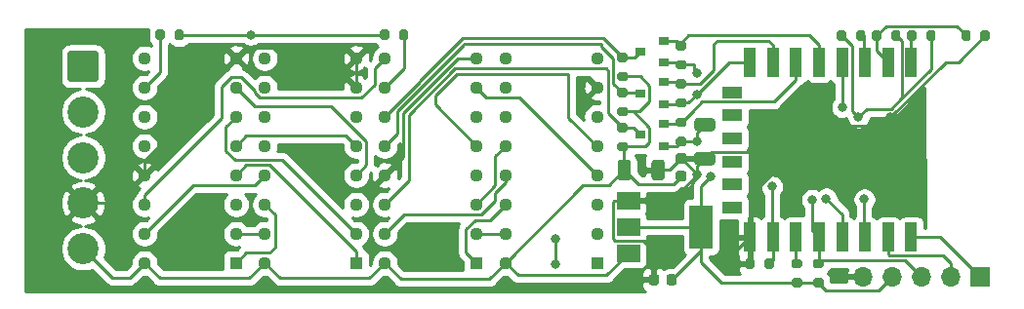
<source format=gbr>
%TF.GenerationSoftware,KiCad,Pcbnew,(5.1.9-0-10_14)*%
%TF.CreationDate,2021-01-02T21:25:14+01:00*%
%TF.ProjectId,diyscip-v2,64697973-6369-4702-9d76-322e6b696361,1.0*%
%TF.SameCoordinates,Original*%
%TF.FileFunction,Copper,L1,Top*%
%TF.FilePolarity,Positive*%
%FSLAX46Y46*%
G04 Gerber Fmt 4.6, Leading zero omitted, Abs format (unit mm)*
G04 Created by KiCad (PCBNEW (5.1.9-0-10_14)) date 2021-01-02 21:25:14*
%MOMM*%
%LPD*%
G01*
G04 APERTURE LIST*
%TA.AperFunction,ComponentPad*%
%ADD10O,1.700000X1.700000*%
%TD*%
%TA.AperFunction,ComponentPad*%
%ADD11R,1.700000X1.700000*%
%TD*%
%TA.AperFunction,SMDPad,CuDef*%
%ADD12R,1.000000X2.500000*%
%TD*%
%TA.AperFunction,SMDPad,CuDef*%
%ADD13R,1.800000X1.000000*%
%TD*%
%TA.AperFunction,ComponentPad*%
%ADD14C,2.700000*%
%TD*%
%TA.AperFunction,SMDPad,CuDef*%
%ADD15R,2.000000X1.500000*%
%TD*%
%TA.AperFunction,SMDPad,CuDef*%
%ADD16R,2.000000X3.800000*%
%TD*%
%TA.AperFunction,SMDPad,CuDef*%
%ADD17R,0.900000X0.800000*%
%TD*%
%TA.AperFunction,ComponentPad*%
%ADD18C,1.130000*%
%TD*%
%TA.AperFunction,ComponentPad*%
%ADD19R,1.130000X1.130000*%
%TD*%
%TA.AperFunction,ViaPad*%
%ADD20C,0.800000*%
%TD*%
%TA.AperFunction,Conductor*%
%ADD21C,0.250000*%
%TD*%
%TA.AperFunction,Conductor*%
%ADD22C,0.254000*%
%TD*%
%TA.AperFunction,Conductor*%
%ADD23C,0.100000*%
%TD*%
G04 APERTURE END LIST*
D10*
%TO.P,J3,5*%
%TO.N,GND*%
X187198000Y-104902000D03*
%TO.P,J3,4*%
%TO.N,+3V3*%
X189738000Y-104902000D03*
%TO.P,J3,3*%
%TO.N,Net-(IC2-Pad6)*%
X192278000Y-104902000D03*
%TO.P,J3,2*%
%TO.N,Net-(J3-Pad2)*%
X194818000Y-104902000D03*
D11*
%TO.P,J3,1*%
%TO.N,Net-(J3-Pad1)*%
X197358000Y-104902000D03*
%TD*%
%TO.P,TH1,2*%
%TO.N,Net-(R7-Pad1)*%
%TA.AperFunction,SMDPad,CuDef*%
G36*
G01*
X188804500Y-83672000D02*
X188804500Y-84222000D01*
G75*
G02*
X188604500Y-84422000I-200000J0D01*
G01*
X188204500Y-84422000D01*
G75*
G02*
X188004500Y-84222000I0J200000D01*
G01*
X188004500Y-83672000D01*
G75*
G02*
X188204500Y-83472000I200000J0D01*
G01*
X188604500Y-83472000D01*
G75*
G02*
X188804500Y-83672000I0J-200000D01*
G01*
G37*
%TD.AperFunction*%
%TO.P,TH1,1*%
%TO.N,+3V3*%
%TA.AperFunction,SMDPad,CuDef*%
G36*
G01*
X190454500Y-83672000D02*
X190454500Y-84222000D01*
G75*
G02*
X190254500Y-84422000I-200000J0D01*
G01*
X189854500Y-84422000D01*
G75*
G02*
X189654500Y-84222000I0J200000D01*
G01*
X189654500Y-83672000D01*
G75*
G02*
X189854500Y-83472000I200000J0D01*
G01*
X190254500Y-83472000D01*
G75*
G02*
X190454500Y-83672000I0J-200000D01*
G01*
G37*
%TD.AperFunction*%
%TD*%
%TO.P,R7,2*%
%TO.N,GND*%
%TA.AperFunction,SMDPad,CuDef*%
G36*
G01*
X197401500Y-84222000D02*
X197401500Y-83672000D01*
G75*
G02*
X197601500Y-83472000I200000J0D01*
G01*
X198001500Y-83472000D01*
G75*
G02*
X198201500Y-83672000I0J-200000D01*
G01*
X198201500Y-84222000D01*
G75*
G02*
X198001500Y-84422000I-200000J0D01*
G01*
X197601500Y-84422000D01*
G75*
G02*
X197401500Y-84222000I0J200000D01*
G01*
G37*
%TD.AperFunction*%
%TO.P,R7,1*%
%TO.N,Net-(R7-Pad1)*%
%TA.AperFunction,SMDPad,CuDef*%
G36*
G01*
X195751500Y-84222000D02*
X195751500Y-83672000D01*
G75*
G02*
X195951500Y-83472000I200000J0D01*
G01*
X196351500Y-83472000D01*
G75*
G02*
X196551500Y-83672000I0J-200000D01*
G01*
X196551500Y-84222000D01*
G75*
G02*
X196351500Y-84422000I-200000J0D01*
G01*
X195951500Y-84422000D01*
G75*
G02*
X195751500Y-84222000I0J200000D01*
G01*
G37*
%TD.AperFunction*%
%TD*%
D12*
%TO.P,U2,22*%
%TO.N,Net-(J3-Pad1)*%
X191388000Y-101473000D03*
%TO.P,U2,21*%
%TO.N,Net-(J3-Pad2)*%
X189388000Y-101473000D03*
%TO.P,U2,20*%
%TO.N,Net-(IC1-Pad11)*%
X187388000Y-101473000D03*
%TO.P,U2,19*%
%TO.N,Net-(IC1-Pad10)*%
X185388000Y-101473000D03*
%TO.P,U2,18*%
%TO.N,Net-(IC2-Pad6)*%
X183388000Y-101473000D03*
%TO.P,U2,17*%
%TO.N,Net-(R12-Pad2)*%
X181388000Y-101473000D03*
%TO.P,U2,16*%
%TO.N,Net-(IC1-Pad9)*%
X179388000Y-101473000D03*
%TO.P,U2,15*%
%TO.N,GND*%
X177388000Y-101473000D03*
D13*
%TO.P,U2,14*%
%TO.N,Net-(U2-Pad14)*%
X175888000Y-98873000D03*
%TO.P,U2,13*%
%TO.N,Net-(U2-Pad13)*%
X175888000Y-96873000D03*
%TO.P,U2,12*%
%TO.N,Net-(U2-Pad12)*%
X175888000Y-94873000D03*
%TO.P,U2,11*%
%TO.N,Net-(U2-Pad11)*%
X175888000Y-92873000D03*
%TO.P,U2,10*%
%TO.N,Net-(U2-Pad10)*%
X175888000Y-90873000D03*
%TO.P,U2,9*%
%TO.N,Net-(U2-Pad9)*%
X175888000Y-88873000D03*
D12*
%TO.P,U2,8*%
%TO.N,+3V3*%
X177388000Y-86273000D03*
%TO.P,U2,7*%
%TO.N,HOLD_CMOS*%
X179388000Y-86273000D03*
%TO.P,U2,6*%
%TO.N,DATA_CMOS*%
X181388000Y-86273000D03*
%TO.P,U2,5*%
%TO.N,CLK_CMOS*%
X183388000Y-86273000D03*
%TO.P,U2,4*%
%TO.N,Net-(IC1-Pad6)*%
X185388000Y-86273000D03*
%TO.P,U2,3*%
%TO.N,Net-(R8-Pad2)*%
X187388000Y-86273000D03*
%TO.P,U2,2*%
%TO.N,Net-(R7-Pad1)*%
X189388000Y-86273000D03*
%TO.P,U2,1*%
%TO.N,Net-(R9-Pad2)*%
X191388000Y-86273000D03*
%TD*%
%TO.P,R14,1*%
%TO.N,+5V*%
%TA.AperFunction,SMDPad,CuDef*%
G36*
G01*
X145333000Y-84158500D02*
X145333000Y-83608500D01*
G75*
G02*
X145533000Y-83408500I200000J0D01*
G01*
X145933000Y-83408500D01*
G75*
G02*
X146133000Y-83608500I0J-200000D01*
G01*
X146133000Y-84158500D01*
G75*
G02*
X145933000Y-84358500I-200000J0D01*
G01*
X145533000Y-84358500D01*
G75*
G02*
X145333000Y-84158500I0J200000D01*
G01*
G37*
%TD.AperFunction*%
%TO.P,R14,2*%
%TO.N,Net-(IC3-Pad10)*%
%TA.AperFunction,SMDPad,CuDef*%
G36*
G01*
X146983000Y-84158500D02*
X146983000Y-83608500D01*
G75*
G02*
X147183000Y-83408500I200000J0D01*
G01*
X147583000Y-83408500D01*
G75*
G02*
X147783000Y-83608500I0J-200000D01*
G01*
X147783000Y-84158500D01*
G75*
G02*
X147583000Y-84358500I-200000J0D01*
G01*
X147183000Y-84358500D01*
G75*
G02*
X146983000Y-84158500I0J200000D01*
G01*
G37*
%TD.AperFunction*%
%TD*%
%TO.P,R12,2*%
%TO.N,Net-(R12-Pad2)*%
%TA.AperFunction,SMDPad,CuDef*%
G36*
G01*
X181758000Y-104160000D02*
X181208000Y-104160000D01*
G75*
G02*
X181008000Y-103960000I0J200000D01*
G01*
X181008000Y-103560000D01*
G75*
G02*
X181208000Y-103360000I200000J0D01*
G01*
X181758000Y-103360000D01*
G75*
G02*
X181958000Y-103560000I0J-200000D01*
G01*
X181958000Y-103960000D01*
G75*
G02*
X181758000Y-104160000I-200000J0D01*
G01*
G37*
%TD.AperFunction*%
%TO.P,R12,1*%
%TO.N,+3V3*%
%TA.AperFunction,SMDPad,CuDef*%
G36*
G01*
X181758000Y-105810000D02*
X181208000Y-105810000D01*
G75*
G02*
X181008000Y-105610000I0J200000D01*
G01*
X181008000Y-105210000D01*
G75*
G02*
X181208000Y-105010000I200000J0D01*
G01*
X181758000Y-105010000D01*
G75*
G02*
X181958000Y-105210000I0J-200000D01*
G01*
X181958000Y-105610000D01*
G75*
G02*
X181758000Y-105810000I-200000J0D01*
G01*
G37*
%TD.AperFunction*%
%TD*%
%TO.P,R11,2*%
%TO.N,Net-(IC2-Pad6)*%
%TA.AperFunction,SMDPad,CuDef*%
G36*
G01*
X183599500Y-104159000D02*
X183049500Y-104159000D01*
G75*
G02*
X182849500Y-103959000I0J200000D01*
G01*
X182849500Y-103559000D01*
G75*
G02*
X183049500Y-103359000I200000J0D01*
G01*
X183599500Y-103359000D01*
G75*
G02*
X183799500Y-103559000I0J-200000D01*
G01*
X183799500Y-103959000D01*
G75*
G02*
X183599500Y-104159000I-200000J0D01*
G01*
G37*
%TD.AperFunction*%
%TO.P,R11,1*%
%TO.N,+3V3*%
%TA.AperFunction,SMDPad,CuDef*%
G36*
G01*
X183599500Y-105809000D02*
X183049500Y-105809000D01*
G75*
G02*
X182849500Y-105609000I0J200000D01*
G01*
X182849500Y-105209000D01*
G75*
G02*
X183049500Y-105009000I200000J0D01*
G01*
X183599500Y-105009000D01*
G75*
G02*
X183799500Y-105209000I0J-200000D01*
G01*
X183799500Y-105609000D01*
G75*
G02*
X183599500Y-105809000I-200000J0D01*
G01*
G37*
%TD.AperFunction*%
%TD*%
%TO.P,R9,2*%
%TO.N,Net-(R9-Pad2)*%
%TA.AperFunction,SMDPad,CuDef*%
G36*
G01*
X191852500Y-83672000D02*
X191852500Y-84222000D01*
G75*
G02*
X191652500Y-84422000I-200000J0D01*
G01*
X191252500Y-84422000D01*
G75*
G02*
X191052500Y-84222000I0J200000D01*
G01*
X191052500Y-83672000D01*
G75*
G02*
X191252500Y-83472000I200000J0D01*
G01*
X191652500Y-83472000D01*
G75*
G02*
X191852500Y-83672000I0J-200000D01*
G01*
G37*
%TD.AperFunction*%
%TO.P,R9,1*%
%TO.N,+3V3*%
%TA.AperFunction,SMDPad,CuDef*%
G36*
G01*
X193502500Y-83672000D02*
X193502500Y-84222000D01*
G75*
G02*
X193302500Y-84422000I-200000J0D01*
G01*
X192902500Y-84422000D01*
G75*
G02*
X192702500Y-84222000I0J200000D01*
G01*
X192702500Y-83672000D01*
G75*
G02*
X192902500Y-83472000I200000J0D01*
G01*
X193302500Y-83472000D01*
G75*
G02*
X193502500Y-83672000I0J-200000D01*
G01*
G37*
%TD.AperFunction*%
%TD*%
%TO.P,R8,2*%
%TO.N,Net-(R8-Pad2)*%
%TA.AperFunction,SMDPad,CuDef*%
G36*
G01*
X186606500Y-84222000D02*
X186606500Y-83672000D01*
G75*
G02*
X186806500Y-83472000I200000J0D01*
G01*
X187206500Y-83472000D01*
G75*
G02*
X187406500Y-83672000I0J-200000D01*
G01*
X187406500Y-84222000D01*
G75*
G02*
X187206500Y-84422000I-200000J0D01*
G01*
X186806500Y-84422000D01*
G75*
G02*
X186606500Y-84222000I0J200000D01*
G01*
G37*
%TD.AperFunction*%
%TO.P,R8,1*%
%TO.N,+3V3*%
%TA.AperFunction,SMDPad,CuDef*%
G36*
G01*
X184956500Y-84222000D02*
X184956500Y-83672000D01*
G75*
G02*
X185156500Y-83472000I200000J0D01*
G01*
X185556500Y-83472000D01*
G75*
G02*
X185756500Y-83672000I0J-200000D01*
G01*
X185756500Y-84222000D01*
G75*
G02*
X185556500Y-84422000I-200000J0D01*
G01*
X185156500Y-84422000D01*
G75*
G02*
X184956500Y-84222000I0J200000D01*
G01*
G37*
%TD.AperFunction*%
%TD*%
%TO.P,C3,2*%
%TO.N,GND*%
%TA.AperFunction,SMDPad,CuDef*%
G36*
G01*
X169524500Y-104906000D02*
X169524500Y-105406000D01*
G75*
G02*
X169299500Y-105631000I-225000J0D01*
G01*
X168849500Y-105631000D01*
G75*
G02*
X168624500Y-105406000I0J225000D01*
G01*
X168624500Y-104906000D01*
G75*
G02*
X168849500Y-104681000I225000J0D01*
G01*
X169299500Y-104681000D01*
G75*
G02*
X169524500Y-104906000I0J-225000D01*
G01*
G37*
%TD.AperFunction*%
%TO.P,C3,1*%
%TO.N,+3V3*%
%TA.AperFunction,SMDPad,CuDef*%
G36*
G01*
X171074500Y-104906000D02*
X171074500Y-105406000D01*
G75*
G02*
X170849500Y-105631000I-225000J0D01*
G01*
X170399500Y-105631000D01*
G75*
G02*
X170174500Y-105406000I0J225000D01*
G01*
X170174500Y-104906000D01*
G75*
G02*
X170399500Y-104681000I225000J0D01*
G01*
X170849500Y-104681000D01*
G75*
G02*
X171074500Y-104906000I0J-225000D01*
G01*
G37*
%TD.AperFunction*%
%TD*%
D14*
%TO.P,J1,5*%
%TO.N,+5V*%
X119570500Y-102454000D03*
%TO.P,J1,4*%
%TO.N,GND*%
X119570500Y-98494000D03*
%TO.P,J1,3*%
%TO.N,DATA_TTL*%
X119570500Y-94534000D03*
%TO.P,J1,2*%
%TO.N,HOLD_TTL*%
X119570500Y-90574000D03*
%TO.P,J1,1*%
%TO.N,CLK_TTL*%
%TA.AperFunction,ComponentPad*%
G36*
G01*
X118470501Y-85264000D02*
X120670499Y-85264000D01*
G75*
G02*
X120920500Y-85514001I0J-250001D01*
G01*
X120920500Y-87713999D01*
G75*
G02*
X120670499Y-87964000I-250001J0D01*
G01*
X118470501Y-87964000D01*
G75*
G02*
X118220500Y-87713999I0J250001D01*
G01*
X118220500Y-85514001D01*
G75*
G02*
X118470501Y-85264000I250001J0D01*
G01*
G37*
%TD.AperFunction*%
%TD*%
D15*
%TO.P,U1,1*%
%TO.N,GND*%
X166878000Y-98270000D03*
%TO.P,U1,3*%
%TO.N,+5V*%
X166878000Y-102870000D03*
%TO.P,U1,2*%
%TO.N,+3V3*%
X166878000Y-100570000D03*
D16*
X173178000Y-100570000D03*
%TD*%
%TO.P,R13,2*%
%TO.N,Net-(IC4-Pad10)*%
%TA.AperFunction,SMDPad,CuDef*%
G36*
G01*
X126638500Y-83608500D02*
X126638500Y-84158500D01*
G75*
G02*
X126438500Y-84358500I-200000J0D01*
G01*
X126038500Y-84358500D01*
G75*
G02*
X125838500Y-84158500I0J200000D01*
G01*
X125838500Y-83608500D01*
G75*
G02*
X126038500Y-83408500I200000J0D01*
G01*
X126438500Y-83408500D01*
G75*
G02*
X126638500Y-83608500I0J-200000D01*
G01*
G37*
%TD.AperFunction*%
%TO.P,R13,1*%
%TO.N,+5V*%
%TA.AperFunction,SMDPad,CuDef*%
G36*
G01*
X128288500Y-83608500D02*
X128288500Y-84158500D01*
G75*
G02*
X128088500Y-84358500I-200000J0D01*
G01*
X127688500Y-84358500D01*
G75*
G02*
X127488500Y-84158500I0J200000D01*
G01*
X127488500Y-83608500D01*
G75*
G02*
X127688500Y-83408500I200000J0D01*
G01*
X128088500Y-83408500D01*
G75*
G02*
X128288500Y-83608500I0J-200000D01*
G01*
G37*
%TD.AperFunction*%
%TD*%
%TO.P,R10,2*%
%TO.N,GND*%
%TA.AperFunction,SMDPad,CuDef*%
G36*
G01*
X177819000Y-103484000D02*
X177819000Y-104034000D01*
G75*
G02*
X177619000Y-104234000I-200000J0D01*
G01*
X177219000Y-104234000D01*
G75*
G02*
X177019000Y-104034000I0J200000D01*
G01*
X177019000Y-103484000D01*
G75*
G02*
X177219000Y-103284000I200000J0D01*
G01*
X177619000Y-103284000D01*
G75*
G02*
X177819000Y-103484000I0J-200000D01*
G01*
G37*
%TD.AperFunction*%
%TO.P,R10,1*%
%TO.N,Net-(IC1-Pad9)*%
%TA.AperFunction,SMDPad,CuDef*%
G36*
G01*
X179469000Y-103484000D02*
X179469000Y-104034000D01*
G75*
G02*
X179269000Y-104234000I-200000J0D01*
G01*
X178869000Y-104234000D01*
G75*
G02*
X178669000Y-104034000I0J200000D01*
G01*
X178669000Y-103484000D01*
G75*
G02*
X178869000Y-103284000I200000J0D01*
G01*
X179269000Y-103284000D01*
G75*
G02*
X179469000Y-103484000I0J-200000D01*
G01*
G37*
%TD.AperFunction*%
%TD*%
%TO.P,R6,2*%
%TO.N,CLK_CMOS*%
%TA.AperFunction,SMDPad,CuDef*%
G36*
G01*
X171725000Y-85237000D02*
X171175000Y-85237000D01*
G75*
G02*
X170975000Y-85037000I0J200000D01*
G01*
X170975000Y-84637000D01*
G75*
G02*
X171175000Y-84437000I200000J0D01*
G01*
X171725000Y-84437000D01*
G75*
G02*
X171925000Y-84637000I0J-200000D01*
G01*
X171925000Y-85037000D01*
G75*
G02*
X171725000Y-85237000I-200000J0D01*
G01*
G37*
%TD.AperFunction*%
%TO.P,R6,1*%
%TO.N,+3V3*%
%TA.AperFunction,SMDPad,CuDef*%
G36*
G01*
X171725000Y-86887000D02*
X171175000Y-86887000D01*
G75*
G02*
X170975000Y-86687000I0J200000D01*
G01*
X170975000Y-86287000D01*
G75*
G02*
X171175000Y-86087000I200000J0D01*
G01*
X171725000Y-86087000D01*
G75*
G02*
X171925000Y-86287000I0J-200000D01*
G01*
X171925000Y-86687000D01*
G75*
G02*
X171725000Y-86887000I-200000J0D01*
G01*
G37*
%TD.AperFunction*%
%TD*%
%TO.P,R5,2*%
%TO.N,HOLD_CMOS*%
%TA.AperFunction,SMDPad,CuDef*%
G36*
G01*
X171725000Y-88538000D02*
X171175000Y-88538000D01*
G75*
G02*
X170975000Y-88338000I0J200000D01*
G01*
X170975000Y-87938000D01*
G75*
G02*
X171175000Y-87738000I200000J0D01*
G01*
X171725000Y-87738000D01*
G75*
G02*
X171925000Y-87938000I0J-200000D01*
G01*
X171925000Y-88338000D01*
G75*
G02*
X171725000Y-88538000I-200000J0D01*
G01*
G37*
%TD.AperFunction*%
%TO.P,R5,1*%
%TO.N,+3V3*%
%TA.AperFunction,SMDPad,CuDef*%
G36*
G01*
X171725000Y-90188000D02*
X171175000Y-90188000D01*
G75*
G02*
X170975000Y-89988000I0J200000D01*
G01*
X170975000Y-89588000D01*
G75*
G02*
X171175000Y-89388000I200000J0D01*
G01*
X171725000Y-89388000D01*
G75*
G02*
X171925000Y-89588000I0J-200000D01*
G01*
X171925000Y-89988000D01*
G75*
G02*
X171725000Y-90188000I-200000J0D01*
G01*
G37*
%TD.AperFunction*%
%TD*%
%TO.P,R4,2*%
%TO.N,DATA_CMOS*%
%TA.AperFunction,SMDPad,CuDef*%
G36*
G01*
X171725000Y-91904000D02*
X171175000Y-91904000D01*
G75*
G02*
X170975000Y-91704000I0J200000D01*
G01*
X170975000Y-91304000D01*
G75*
G02*
X171175000Y-91104000I200000J0D01*
G01*
X171725000Y-91104000D01*
G75*
G02*
X171925000Y-91304000I0J-200000D01*
G01*
X171925000Y-91704000D01*
G75*
G02*
X171725000Y-91904000I-200000J0D01*
G01*
G37*
%TD.AperFunction*%
%TO.P,R4,1*%
%TO.N,+3V3*%
%TA.AperFunction,SMDPad,CuDef*%
G36*
G01*
X171725000Y-93554000D02*
X171175000Y-93554000D01*
G75*
G02*
X170975000Y-93354000I0J200000D01*
G01*
X170975000Y-92954000D01*
G75*
G02*
X171175000Y-92754000I200000J0D01*
G01*
X171725000Y-92754000D01*
G75*
G02*
X171925000Y-92954000I0J-200000D01*
G01*
X171925000Y-93354000D01*
G75*
G02*
X171725000Y-93554000I-200000J0D01*
G01*
G37*
%TD.AperFunction*%
%TD*%
%TO.P,R3,2*%
%TO.N,CLK_TTL*%
%TA.AperFunction,SMDPad,CuDef*%
G36*
G01*
X166645000Y-86253000D02*
X166095000Y-86253000D01*
G75*
G02*
X165895000Y-86053000I0J200000D01*
G01*
X165895000Y-85653000D01*
G75*
G02*
X166095000Y-85453000I200000J0D01*
G01*
X166645000Y-85453000D01*
G75*
G02*
X166845000Y-85653000I0J-200000D01*
G01*
X166845000Y-86053000D01*
G75*
G02*
X166645000Y-86253000I-200000J0D01*
G01*
G37*
%TD.AperFunction*%
%TO.P,R3,1*%
%TO.N,+5V*%
%TA.AperFunction,SMDPad,CuDef*%
G36*
G01*
X166645000Y-87903000D02*
X166095000Y-87903000D01*
G75*
G02*
X165895000Y-87703000I0J200000D01*
G01*
X165895000Y-87303000D01*
G75*
G02*
X166095000Y-87103000I200000J0D01*
G01*
X166645000Y-87103000D01*
G75*
G02*
X166845000Y-87303000I0J-200000D01*
G01*
X166845000Y-87703000D01*
G75*
G02*
X166645000Y-87903000I-200000J0D01*
G01*
G37*
%TD.AperFunction*%
%TD*%
%TO.P,R2,2*%
%TO.N,HOLD_TTL*%
%TA.AperFunction,SMDPad,CuDef*%
G36*
G01*
X166645000Y-89300000D02*
X166095000Y-89300000D01*
G75*
G02*
X165895000Y-89100000I0J200000D01*
G01*
X165895000Y-88700000D01*
G75*
G02*
X166095000Y-88500000I200000J0D01*
G01*
X166645000Y-88500000D01*
G75*
G02*
X166845000Y-88700000I0J-200000D01*
G01*
X166845000Y-89100000D01*
G75*
G02*
X166645000Y-89300000I-200000J0D01*
G01*
G37*
%TD.AperFunction*%
%TO.P,R2,1*%
%TO.N,+5V*%
%TA.AperFunction,SMDPad,CuDef*%
G36*
G01*
X166645000Y-90950000D02*
X166095000Y-90950000D01*
G75*
G02*
X165895000Y-90750000I0J200000D01*
G01*
X165895000Y-90350000D01*
G75*
G02*
X166095000Y-90150000I200000J0D01*
G01*
X166645000Y-90150000D01*
G75*
G02*
X166845000Y-90350000I0J-200000D01*
G01*
X166845000Y-90750000D01*
G75*
G02*
X166645000Y-90950000I-200000J0D01*
G01*
G37*
%TD.AperFunction*%
%TD*%
%TO.P,R1,2*%
%TO.N,DATA_TTL*%
%TA.AperFunction,SMDPad,CuDef*%
G36*
G01*
X166645000Y-92349000D02*
X166095000Y-92349000D01*
G75*
G02*
X165895000Y-92149000I0J200000D01*
G01*
X165895000Y-91749000D01*
G75*
G02*
X166095000Y-91549000I200000J0D01*
G01*
X166645000Y-91549000D01*
G75*
G02*
X166845000Y-91749000I0J-200000D01*
G01*
X166845000Y-92149000D01*
G75*
G02*
X166645000Y-92349000I-200000J0D01*
G01*
G37*
%TD.AperFunction*%
%TO.P,R1,1*%
%TO.N,+5V*%
%TA.AperFunction,SMDPad,CuDef*%
G36*
G01*
X166645000Y-93999000D02*
X166095000Y-93999000D01*
G75*
G02*
X165895000Y-93799000I0J200000D01*
G01*
X165895000Y-93399000D01*
G75*
G02*
X166095000Y-93199000I200000J0D01*
G01*
X166645000Y-93199000D01*
G75*
G02*
X166845000Y-93399000I0J-200000D01*
G01*
X166845000Y-93799000D01*
G75*
G02*
X166645000Y-93999000I-200000J0D01*
G01*
G37*
%TD.AperFunction*%
%TD*%
D17*
%TO.P,Q3,3*%
%TO.N,CLK_TTL*%
X167910000Y-85344000D03*
%TO.P,Q3,2*%
%TO.N,CLK_CMOS*%
X169910000Y-84394000D03*
%TO.P,Q3,1*%
%TO.N,+3V3*%
X169910000Y-86294000D03*
%TD*%
%TO.P,Q2,3*%
%TO.N,HOLD_TTL*%
X167926000Y-88961000D03*
%TO.P,Q2,2*%
%TO.N,HOLD_CMOS*%
X169926000Y-88011000D03*
%TO.P,Q2,1*%
%TO.N,+3V3*%
X169926000Y-89911000D03*
%TD*%
%TO.P,Q1,3*%
%TO.N,DATA_TTL*%
X167910000Y-92583000D03*
%TO.P,Q1,2*%
%TO.N,DATA_CMOS*%
X169910000Y-91633000D03*
%TO.P,Q1,1*%
%TO.N,+3V3*%
X169910000Y-93533000D03*
%TD*%
D18*
%TO.P,IC4,16*%
%TO.N,+5V*%
X124902000Y-103695500D03*
%TO.P,IC4,15*%
%TO.N,Net-(IC2-Pad13)*%
X124902000Y-101155500D03*
%TO.P,IC4,14*%
%TO.N,Net-(IC3-Pad9)*%
X124902000Y-98615500D03*
%TO.P,IC4,13*%
%TO.N,GND*%
X124902000Y-96075500D03*
%TO.P,IC4,12*%
%TO.N,HOLD_TTL*%
X124902000Y-93535500D03*
%TO.P,IC4,11*%
%TO.N,CLK_TTL*%
X124902000Y-90995500D03*
%TO.P,IC4,10*%
%TO.N,Net-(IC4-Pad10)*%
X124902000Y-88455500D03*
%TO.P,IC4,9*%
%TO.N,Net-(IC4-Pad9)*%
X124902000Y-85915500D03*
%TO.P,IC4,8*%
%TO.N,GND*%
X132842000Y-85915500D03*
%TO.P,IC4,7*%
%TO.N,Net-(IC2-Pad4)*%
X132842000Y-88455500D03*
%TO.P,IC4,6*%
%TO.N,Net-(IC2-Pad2)*%
X132842000Y-90995500D03*
%TO.P,IC4,5*%
%TO.N,Net-(IC2-Pad5)*%
X132842000Y-93535500D03*
%TO.P,IC4,4*%
%TO.N,Net-(IC2-Pad1)*%
X132842000Y-96075500D03*
%TO.P,IC4,3*%
%TO.N,Net-(IC2-Pad12)*%
X132842000Y-98615500D03*
%TO.P,IC4,2*%
%TO.N,Net-(IC2-Pad15)*%
X132842000Y-101155500D03*
D19*
%TO.P,IC4,1*%
%TO.N,Net-(IC2-Pad14)*%
X132842000Y-103695500D03*
%TD*%
D18*
%TO.P,IC3,16*%
%TO.N,+5V*%
X145732500Y-103695500D03*
%TO.P,IC3,15*%
%TO.N,Net-(IC1-Pad13)*%
X145732500Y-101155500D03*
%TO.P,IC3,14*%
%TO.N,DATA_TTL*%
X145732500Y-98615500D03*
%TO.P,IC3,13*%
%TO.N,GND*%
X145732500Y-96075500D03*
%TO.P,IC3,12*%
%TO.N,HOLD_TTL*%
X145732500Y-93535500D03*
%TO.P,IC3,11*%
%TO.N,CLK_TTL*%
X145732500Y-90995500D03*
%TO.P,IC3,10*%
%TO.N,Net-(IC3-Pad10)*%
X145732500Y-88455500D03*
%TO.P,IC3,9*%
%TO.N,Net-(IC3-Pad9)*%
X145732500Y-85915500D03*
%TO.P,IC3,8*%
%TO.N,GND*%
X153672500Y-85915500D03*
%TO.P,IC3,7*%
%TO.N,Net-(IC1-Pad4)*%
X153672500Y-88455500D03*
%TO.P,IC3,6*%
%TO.N,Net-(IC1-Pad2)*%
X153672500Y-90995500D03*
%TO.P,IC3,5*%
%TO.N,Net-(IC1-Pad5)*%
X153672500Y-93535500D03*
%TO.P,IC3,4*%
%TO.N,Net-(IC1-Pad1)*%
X153672500Y-96075500D03*
%TO.P,IC3,3*%
%TO.N,Net-(IC1-Pad12)*%
X153672500Y-98615500D03*
%TO.P,IC3,2*%
%TO.N,Net-(IC1-Pad15)*%
X153672500Y-101155500D03*
D19*
%TO.P,IC3,1*%
%TO.N,Net-(IC1-Pad14)*%
X153672500Y-103695500D03*
%TD*%
D18*
%TO.P,IC2,16*%
%TO.N,+5V*%
X135318500Y-103695500D03*
%TO.P,IC2,15*%
%TO.N,Net-(IC2-Pad15)*%
X135318500Y-101155500D03*
%TO.P,IC2,14*%
%TO.N,Net-(IC2-Pad14)*%
X135318500Y-98615500D03*
%TO.P,IC2,13*%
%TO.N,Net-(IC2-Pad13)*%
X135318500Y-96075500D03*
%TO.P,IC2,12*%
%TO.N,Net-(IC2-Pad12)*%
X135318500Y-93535500D03*
%TO.P,IC2,11*%
%TO.N,Net-(IC1-Pad11)*%
X135318500Y-90995500D03*
%TO.P,IC2,10*%
%TO.N,Net-(IC1-Pad10)*%
X135318500Y-88455500D03*
%TO.P,IC2,9*%
%TO.N,Net-(IC1-Pad9)*%
X135318500Y-85915500D03*
%TO.P,IC2,8*%
%TO.N,GND*%
X143258500Y-85915500D03*
%TO.P,IC2,7*%
X143258500Y-88455500D03*
%TO.P,IC2,6*%
%TO.N,Net-(IC2-Pad6)*%
X143258500Y-90995500D03*
%TO.P,IC2,5*%
%TO.N,Net-(IC2-Pad5)*%
X143258500Y-93535500D03*
%TO.P,IC2,4*%
%TO.N,Net-(IC2-Pad4)*%
X143258500Y-96075500D03*
%TO.P,IC2,3*%
%TO.N,Net-(IC1-Pad3)*%
X143258500Y-98615500D03*
%TO.P,IC2,2*%
%TO.N,Net-(IC2-Pad2)*%
X143258500Y-101155500D03*
D19*
%TO.P,IC2,1*%
%TO.N,Net-(IC2-Pad1)*%
X143258500Y-103695500D03*
%TD*%
D18*
%TO.P,IC1,16*%
%TO.N,+5V*%
X156210000Y-103695500D03*
%TO.P,IC1,15*%
%TO.N,Net-(IC1-Pad15)*%
X156210000Y-101155500D03*
%TO.P,IC1,14*%
%TO.N,Net-(IC1-Pad14)*%
X156210000Y-98615500D03*
%TO.P,IC1,13*%
%TO.N,Net-(IC1-Pad13)*%
X156210000Y-96075500D03*
%TO.P,IC1,12*%
%TO.N,Net-(IC1-Pad12)*%
X156210000Y-93535500D03*
%TO.P,IC1,11*%
%TO.N,Net-(IC1-Pad11)*%
X156210000Y-90995500D03*
%TO.P,IC1,10*%
%TO.N,Net-(IC1-Pad10)*%
X156210000Y-88455500D03*
%TO.P,IC1,9*%
%TO.N,Net-(IC1-Pad9)*%
X156210000Y-85915500D03*
%TO.P,IC1,8*%
%TO.N,GND*%
X164150000Y-85915500D03*
%TO.P,IC1,7*%
X164150000Y-88455500D03*
%TO.P,IC1,6*%
%TO.N,Net-(IC1-Pad6)*%
X164150000Y-90995500D03*
%TO.P,IC1,5*%
%TO.N,Net-(IC1-Pad5)*%
X164150000Y-93535500D03*
%TO.P,IC1,4*%
%TO.N,Net-(IC1-Pad4)*%
X164150000Y-96075500D03*
%TO.P,IC1,3*%
%TO.N,Net-(IC1-Pad3)*%
X164150000Y-98615500D03*
%TO.P,IC1,2*%
%TO.N,Net-(IC1-Pad2)*%
X164150000Y-101155500D03*
D19*
%TO.P,IC1,1*%
%TO.N,Net-(IC1-Pad1)*%
X164150000Y-103695500D03*
%TD*%
%TO.P,C4,2*%
%TO.N,GND*%
%TA.AperFunction,SMDPad,CuDef*%
G36*
G01*
X172831999Y-94069000D02*
X174132001Y-94069000D01*
G75*
G02*
X174382000Y-94318999I0J-249999D01*
G01*
X174382000Y-94969001D01*
G75*
G02*
X174132001Y-95219000I-249999J0D01*
G01*
X172831999Y-95219000D01*
G75*
G02*
X172582000Y-94969001I0J249999D01*
G01*
X172582000Y-94318999D01*
G75*
G02*
X172831999Y-94069000I249999J0D01*
G01*
G37*
%TD.AperFunction*%
%TO.P,C4,1*%
%TO.N,+3V3*%
%TA.AperFunction,SMDPad,CuDef*%
G36*
G01*
X172831999Y-91119000D02*
X174132001Y-91119000D01*
G75*
G02*
X174382000Y-91368999I0J-249999D01*
G01*
X174382000Y-92019001D01*
G75*
G02*
X174132001Y-92269000I-249999J0D01*
G01*
X172831999Y-92269000D01*
G75*
G02*
X172582000Y-92019001I0J249999D01*
G01*
X172582000Y-91368999D01*
G75*
G02*
X172831999Y-91119000I249999J0D01*
G01*
G37*
%TD.AperFunction*%
%TD*%
%TO.P,C2,2*%
%TO.N,GND*%
%TA.AperFunction,SMDPad,CuDef*%
G36*
G01*
X171700000Y-95052000D02*
X171200000Y-95052000D01*
G75*
G02*
X170975000Y-94827000I0J225000D01*
G01*
X170975000Y-94377000D01*
G75*
G02*
X171200000Y-94152000I225000J0D01*
G01*
X171700000Y-94152000D01*
G75*
G02*
X171925000Y-94377000I0J-225000D01*
G01*
X171925000Y-94827000D01*
G75*
G02*
X171700000Y-95052000I-225000J0D01*
G01*
G37*
%TD.AperFunction*%
%TO.P,C2,1*%
%TO.N,+5V*%
%TA.AperFunction,SMDPad,CuDef*%
G36*
G01*
X171700000Y-96602000D02*
X171200000Y-96602000D01*
G75*
G02*
X170975000Y-96377000I0J225000D01*
G01*
X170975000Y-95927000D01*
G75*
G02*
X171200000Y-95702000I225000J0D01*
G01*
X171700000Y-95702000D01*
G75*
G02*
X171925000Y-95927000I0J-225000D01*
G01*
X171925000Y-96377000D01*
G75*
G02*
X171700000Y-96602000I-225000J0D01*
G01*
G37*
%TD.AperFunction*%
%TD*%
%TO.P,C1,2*%
%TO.N,GND*%
%TA.AperFunction,SMDPad,CuDef*%
G36*
G01*
X168872000Y-96281001D02*
X168872000Y-94980999D01*
G75*
G02*
X169121999Y-94731000I249999J0D01*
G01*
X169772001Y-94731000D01*
G75*
G02*
X170022000Y-94980999I0J-249999D01*
G01*
X170022000Y-96281001D01*
G75*
G02*
X169772001Y-96531000I-249999J0D01*
G01*
X169121999Y-96531000D01*
G75*
G02*
X168872000Y-96281001I0J249999D01*
G01*
G37*
%TD.AperFunction*%
%TO.P,C1,1*%
%TO.N,+5V*%
%TA.AperFunction,SMDPad,CuDef*%
G36*
G01*
X165922000Y-96281001D02*
X165922000Y-94980999D01*
G75*
G02*
X166171999Y-94731000I249999J0D01*
G01*
X166822001Y-94731000D01*
G75*
G02*
X167072000Y-94980999I0J-249999D01*
G01*
X167072000Y-96281001D01*
G75*
G02*
X166822001Y-96531000I-249999J0D01*
G01*
X166171999Y-96531000D01*
G75*
G02*
X165922000Y-96281001I0J249999D01*
G01*
G37*
%TD.AperFunction*%
%TD*%
D20*
%TO.N,GND*%
X172847000Y-96012000D03*
X189611000Y-91059000D03*
X175704500Y-103822500D03*
%TO.N,+5V*%
X134112000Y-83883500D03*
%TO.N,+3V3*%
X172784000Y-93154000D03*
X172784000Y-89091000D03*
X172847000Y-87249000D03*
X174007085Y-96176770D03*
X186817000Y-91059000D03*
%TO.N,Net-(IC1-Pad11)*%
X160528000Y-101600000D03*
X160528000Y-103822500D03*
X187325000Y-98171000D03*
%TO.N,Net-(IC1-Pad10)*%
X184023000Y-98107500D03*
%TO.N,Net-(IC1-Pad9)*%
X179324000Y-97059490D03*
%TO.N,Net-(IC1-Pad6)*%
X185420000Y-90170000D03*
%TO.N,Net-(IC2-Pad6)*%
X182816500Y-98234500D03*
%TD*%
D21*
%TO.N,GND*%
X166878000Y-98270000D02*
X166878000Y-98200000D01*
X166467000Y-97859000D02*
X166878000Y-98270000D01*
X172847000Y-95999000D02*
X171450000Y-94602000D01*
X172847000Y-96012000D02*
X172847000Y-95999000D01*
X170421000Y-95631000D02*
X171450000Y-94602000D01*
X169447000Y-95631000D02*
X170421000Y-95631000D01*
X172847000Y-95279000D02*
X173482000Y-94644000D01*
X172847000Y-96012000D02*
X172847000Y-95279000D01*
X177547000Y-101632000D02*
X177388000Y-101473000D01*
X177388000Y-101473000D02*
X177388000Y-99973000D01*
X177388000Y-103727000D02*
X177610500Y-103949500D01*
X177388000Y-101473000D02*
X177388000Y-103727000D01*
X177388000Y-101473000D02*
X177388000Y-101859000D01*
X195478501Y-86269999D02*
X197801500Y-83947000D01*
X194400001Y-86269999D02*
X195478501Y-86269999D01*
X189611000Y-91059000D02*
X194400001Y-86269999D01*
X172842834Y-96012000D02*
X172847000Y-96012000D01*
X170584834Y-98270000D02*
X172842834Y-96012000D01*
X166878000Y-98270000D02*
X170584834Y-98270000D01*
X169011000Y-105092500D02*
X169074500Y-105156000D01*
X177355500Y-103822500D02*
X177419000Y-103759000D01*
X175704500Y-103822500D02*
X177355500Y-103822500D01*
X175704500Y-103156500D02*
X177388000Y-101473000D01*
X175704500Y-103822500D02*
X175704500Y-103156500D01*
X122483500Y-98494000D02*
X124902000Y-96075500D01*
X119570500Y-98494000D02*
X122483500Y-98494000D01*
X124902000Y-94852702D02*
X129921000Y-89833702D01*
X124902000Y-96075500D02*
X124902000Y-94852702D01*
X129921000Y-88836500D02*
X132842000Y-85915500D01*
X129921000Y-89833702D02*
X129921000Y-88836500D01*
X142368499Y-85025499D02*
X143258500Y-85915500D01*
X133732001Y-85025499D02*
X142368499Y-85025499D01*
X132842000Y-85915500D02*
X133732001Y-85025499D01*
X143258500Y-85915500D02*
X143258500Y-88455500D01*
X145732500Y-96075500D02*
X147356268Y-94451732D01*
X147356268Y-94451732D02*
X147356268Y-90644552D01*
X152085320Y-85915500D02*
X153672500Y-85915500D01*
X147356268Y-90644552D02*
X152085320Y-85915500D01*
X168138001Y-101794999D02*
X169074500Y-102731498D01*
X165739499Y-101794999D02*
X168138001Y-101794999D01*
X165552999Y-98345001D02*
X165552999Y-101608499D01*
X169074500Y-102731498D02*
X169074500Y-105156000D01*
X165552999Y-101608499D02*
X165739499Y-101794999D01*
X165628000Y-98270000D02*
X165552999Y-98345001D01*
X166878000Y-98270000D02*
X165628000Y-98270000D01*
X177388000Y-97922488D02*
X177388000Y-101473000D01*
X188885999Y-91784001D02*
X183526487Y-91784001D01*
X189611000Y-91059000D02*
X188885999Y-91784001D01*
X174078001Y-94047999D02*
X180661999Y-94047999D01*
X180661999Y-94047999D02*
X180962244Y-94348244D01*
X173482000Y-94644000D02*
X174078001Y-94047999D01*
X180962244Y-94348244D02*
X177388000Y-97922488D01*
X183526487Y-91784001D02*
X180962244Y-94348244D01*
%TO.N,+5V*%
X166243000Y-93726000D02*
X166370000Y-93599000D01*
X168685001Y-91922999D02*
X167312002Y-90550000D01*
X168329002Y-93599000D02*
X168685001Y-93243001D01*
X167312002Y-90550000D02*
X166370000Y-90550000D01*
X168685001Y-93243001D02*
X168685001Y-91922999D01*
X166370000Y-93599000D02*
X168329002Y-93599000D01*
X167903002Y-87503000D02*
X166370000Y-87503000D01*
X168701001Y-88300999D02*
X167903002Y-87503000D01*
X168701001Y-89700997D02*
X168701001Y-88300999D01*
X167851998Y-90550000D02*
X168701001Y-89700997D01*
X166370000Y-90550000D02*
X167851998Y-90550000D01*
X166370000Y-95504000D02*
X166497000Y-95631000D01*
X166497000Y-93726000D02*
X166370000Y-93599000D01*
X166497000Y-95631000D02*
X166497000Y-93726000D01*
X166243000Y-95885000D02*
X166497000Y-95631000D01*
X170745990Y-96856010D02*
X171450000Y-96152000D01*
X167722010Y-96856010D02*
X170745990Y-96856010D01*
X166497000Y-95631000D02*
X167722010Y-96856010D01*
X119570500Y-102454000D02*
X122082000Y-104965500D01*
X123632000Y-104965500D02*
X124902000Y-103695500D01*
X122082000Y-104965500D02*
X123632000Y-104965500D01*
X124902000Y-103695500D02*
X126235500Y-105029000D01*
X133985000Y-105029000D02*
X135318500Y-103695500D01*
X126235500Y-105029000D02*
X133985000Y-105029000D01*
X135318500Y-103695500D02*
X136652000Y-105029000D01*
X144399000Y-105029000D02*
X145732500Y-103695500D01*
X136652000Y-105029000D02*
X144399000Y-105029000D01*
X145732500Y-103695500D02*
X147129500Y-105092500D01*
X154813000Y-105092500D02*
X156210000Y-103695500D01*
X147129500Y-105092500D02*
X154813000Y-105092500D01*
X134112000Y-83883500D02*
X127888500Y-83883500D01*
X134112000Y-83883500D02*
X145733000Y-83883500D01*
X166878000Y-102870000D02*
X164973000Y-104775000D01*
X157289500Y-104775000D02*
X156210000Y-103695500D01*
X164973000Y-104775000D02*
X157289500Y-104775000D01*
X165162499Y-96965501D02*
X166497000Y-95631000D01*
X162939999Y-96965501D02*
X165162499Y-96965501D01*
X156210000Y-103695500D02*
X162939999Y-96965501D01*
%TO.N,+3V3*%
X171382000Y-89911000D02*
X171450000Y-89979000D01*
X169926000Y-89911000D02*
X171382000Y-89911000D01*
X171071000Y-93533000D02*
X171450000Y-93154000D01*
X169910000Y-93533000D02*
X171071000Y-93533000D01*
X166447000Y-100139000D02*
X166878000Y-100570000D01*
X171450000Y-93154000D02*
X172784000Y-93154000D01*
X171257000Y-86294000D02*
X171450000Y-86487000D01*
X169910000Y-86294000D02*
X171257000Y-86294000D01*
X171327000Y-89911000D02*
X171450000Y-89788000D01*
X169926000Y-89911000D02*
X171327000Y-89911000D01*
X166878000Y-100570000D02*
X173178000Y-100570000D01*
X171450000Y-86487000D02*
X172593000Y-86487000D01*
X172087000Y-89788000D02*
X172784000Y-89091000D01*
X171450000Y-89788000D02*
X172087000Y-89788000D01*
X172593000Y-86995000D02*
X172847000Y-87249000D01*
X172593000Y-86487000D02*
X172593000Y-86995000D01*
X175602000Y-86273000D02*
X177388000Y-86273000D01*
X172784000Y-89091000D02*
X175602000Y-86273000D01*
X172784000Y-92392000D02*
X173482000Y-91694000D01*
X172784000Y-93154000D02*
X172784000Y-92392000D01*
X173178000Y-97005855D02*
X173178000Y-100570000D01*
X174007085Y-96176770D02*
X173178000Y-97005855D01*
X181484000Y-105409000D02*
X181483000Y-105410000D01*
X183388000Y-105409000D02*
X181484000Y-105409000D01*
X174942500Y-105410000D02*
X181483000Y-105410000D01*
X173178000Y-100570000D02*
X173178000Y-101470000D01*
X173178000Y-102602500D02*
X170624500Y-105156000D01*
X173178000Y-100570000D02*
X173178000Y-102602500D01*
X173178000Y-100570000D02*
X173178000Y-103645500D01*
X173178000Y-103645500D02*
X174942500Y-105410000D01*
X187542001Y-90333999D02*
X189662003Y-90333999D01*
X193102500Y-86893502D02*
X193102500Y-83947000D01*
X186817000Y-91059000D02*
X187542001Y-90333999D01*
X190562999Y-84455499D02*
X190562999Y-89433003D01*
X190562999Y-89433003D02*
X190544001Y-89452001D01*
X190544001Y-89452001D02*
X193102500Y-86893502D01*
X190054500Y-83947000D02*
X190562999Y-84455499D01*
X189662003Y-90333999D02*
X190544001Y-89452001D01*
X186562999Y-90804999D02*
X186817000Y-91059000D01*
X188562999Y-106077001D02*
X189738000Y-104902000D01*
X183992501Y-106077001D02*
X188562999Y-106077001D01*
X183324500Y-105409000D02*
X183992501Y-106077001D01*
X186281490Y-84871990D02*
X185356500Y-83947000D01*
X186281490Y-90523490D02*
X186281490Y-84871990D01*
X186817000Y-91059000D02*
X186281490Y-90523490D01*
%TO.N,Net-(IC1-Pad15)*%
X153672500Y-101155500D02*
X156210000Y-101155500D01*
%TO.N,Net-(IC1-Pad14)*%
X154869989Y-99955511D02*
X156210000Y-98615500D01*
X153555287Y-99955511D02*
X154869989Y-99955511D01*
X152782499Y-100728299D02*
X153555287Y-99955511D01*
X152782499Y-102805499D02*
X152782499Y-100728299D01*
X153672500Y-103695500D02*
X152782499Y-102805499D01*
%TO.N,Net-(IC1-Pad13)*%
X155319999Y-98285203D02*
X155319999Y-97604411D01*
X156210000Y-96714410D02*
X156210000Y-96075500D01*
X155319999Y-97604411D02*
X156210000Y-96714410D01*
X147382499Y-99505501D02*
X154099701Y-99505501D01*
X154099701Y-99505501D02*
X155319999Y-98285203D01*
X145732500Y-101155500D02*
X147382499Y-99505501D01*
%TO.N,Net-(IC1-Pad12)*%
X155319999Y-94425501D02*
X156210000Y-93535500D01*
X155319999Y-96968001D02*
X155319999Y-94425501D01*
X153672500Y-98615500D02*
X155319999Y-96968001D01*
%TO.N,Net-(IC1-Pad11)*%
X160528000Y-101600000D02*
X160528000Y-103822500D01*
X187325000Y-101410000D02*
X187388000Y-101473000D01*
X187325000Y-98171000D02*
X187325000Y-101410000D01*
%TO.N,Net-(IC1-Pad10)*%
X185388000Y-99472500D02*
X185388000Y-101473000D01*
X184023000Y-98107500D02*
X185388000Y-99472500D01*
%TO.N,Net-(IC1-Pad9)*%
X179388000Y-103440000D02*
X179069000Y-103759000D01*
X179388000Y-101473000D02*
X179388000Y-103440000D01*
X179324000Y-101409000D02*
X179388000Y-101473000D01*
X179324000Y-97059490D02*
X179324000Y-101409000D01*
%TO.N,Net-(IC1-Pad6)*%
X185420000Y-86305000D02*
X185388000Y-86273000D01*
X185420000Y-90170000D02*
X185420000Y-86305000D01*
%TO.N,Net-(IC1-Pad5)*%
X153672500Y-93535500D02*
X150085070Y-89948070D01*
X150085070Y-89948070D02*
X150085070Y-89188570D01*
X150085070Y-89188570D02*
X152018129Y-87255511D01*
X152018129Y-87255511D02*
X161677511Y-87255511D01*
X161677511Y-91063011D02*
X164150000Y-93535500D01*
X161677511Y-87255511D02*
X161677511Y-91063011D01*
%TO.N,Net-(IC1-Pad4)*%
X157420001Y-89345501D02*
X164150000Y-96075500D01*
X154562501Y-89345501D02*
X157420001Y-89345501D01*
X153672500Y-88455500D02*
X154562501Y-89345501D01*
%TO.N,Net-(IC2-Pad15)*%
X132842000Y-101155500D02*
X135318500Y-101155500D01*
%TO.N,Net-(IC2-Pad14)*%
X133732001Y-102805499D02*
X132842000Y-103695500D01*
X135745701Y-102805499D02*
X133732001Y-102805499D01*
X136208501Y-102342699D02*
X135745701Y-102805499D01*
X136208501Y-99505501D02*
X136208501Y-102342699D01*
X135318500Y-98615500D02*
X136208501Y-99505501D01*
%TO.N,Net-(IC2-Pad13)*%
X134428499Y-96965501D02*
X135318500Y-96075500D01*
X129091999Y-96965501D02*
X134428499Y-96965501D01*
X124902000Y-101155500D02*
X129091999Y-96965501D01*
%TO.N,Net-(IC2-Pad6)*%
X183388000Y-101257141D02*
X183388000Y-101473000D01*
X183388000Y-101473000D02*
X183388000Y-103759000D01*
X183324500Y-103759000D02*
X183585489Y-103498011D01*
X190874011Y-103498011D02*
X183585489Y-103498011D01*
X192278000Y-104902000D02*
X190874011Y-103498011D01*
X182816500Y-100901500D02*
X183388000Y-101473000D01*
X182816500Y-98234500D02*
X182816500Y-100901500D01*
%TO.N,Net-(IC2-Pad5)*%
X142368499Y-92645499D02*
X143258500Y-93535500D01*
X133732001Y-92645499D02*
X142368499Y-92645499D01*
X132842000Y-93535500D02*
X133732001Y-92645499D01*
%TO.N,Net-(IC2-Pad4)*%
X144148501Y-95185499D02*
X143258500Y-96075500D01*
X144148501Y-93158001D02*
X144148501Y-95185499D01*
X141095999Y-90105499D02*
X144148501Y-93158001D01*
X134491999Y-90105499D02*
X141095999Y-90105499D01*
X132842000Y-88455500D02*
X134491999Y-90105499D01*
%TO.N,Net-(IC2-Pad2)*%
X136838489Y-94735489D02*
X143258500Y-101155500D01*
X132724787Y-94735489D02*
X136838489Y-94735489D01*
X131951999Y-93962701D02*
X132724787Y-94735489D01*
X131951999Y-91885501D02*
X131951999Y-93962701D01*
X132842000Y-90995500D02*
X131951999Y-91885501D01*
%TO.N,Net-(IC2-Pad1)*%
X135745701Y-95185499D02*
X143258500Y-102698298D01*
X143258500Y-102698298D02*
X143258500Y-103695500D01*
X133732001Y-95185499D02*
X135745701Y-95185499D01*
X132842000Y-96075500D02*
X133732001Y-95185499D01*
%TO.N,DATA_TTL*%
X145732500Y-98615500D02*
X147819254Y-96528746D01*
X147819254Y-96528746D02*
X147819254Y-90817976D01*
X151831729Y-86805501D02*
X164910501Y-86805501D01*
X147819254Y-90817976D02*
X151831729Y-86805501D01*
X165119980Y-90698980D02*
X166370000Y-91949000D01*
X165119980Y-87014980D02*
X165119980Y-90698980D01*
X164910501Y-86805501D02*
X165119980Y-87014980D01*
X167276000Y-91949000D02*
X167910000Y-92583000D01*
X166370000Y-91949000D02*
X167276000Y-91949000D01*
%TO.N,HOLD_TTL*%
X166152999Y-88682999D02*
X166370000Y-88900000D01*
X167865000Y-88900000D02*
X167926000Y-88961000D01*
X166370000Y-88900000D02*
X167865000Y-88900000D01*
X165569990Y-88099990D02*
X166370000Y-88900000D01*
X165569990Y-85940990D02*
X165569990Y-88099990D01*
X164531600Y-84651010D02*
X164531600Y-84902600D01*
X152649900Y-84651010D02*
X164531600Y-84651010D01*
X164531600Y-84902600D02*
X165569990Y-85940990D01*
X152590500Y-84710410D02*
X152649900Y-84651010D01*
X152590500Y-84773910D02*
X152590500Y-84710410D01*
X146812705Y-90551705D02*
X152590500Y-84773910D01*
X146812705Y-92455295D02*
X146812705Y-90551705D01*
X145732500Y-93535500D02*
X146812705Y-92455295D01*
%TO.N,CLK_TTL*%
X167401000Y-85853000D02*
X167910000Y-85344000D01*
X166370000Y-85853000D02*
X167401000Y-85853000D01*
X166244000Y-85979000D02*
X166370000Y-85853000D01*
X145732500Y-90995500D02*
X148780500Y-87947500D01*
X148780500Y-87947500D02*
X148780500Y-87884000D01*
X148780500Y-87884000D02*
X152463500Y-84201000D01*
X164718000Y-84201000D02*
X166370000Y-85853000D01*
X152463500Y-84201000D02*
X164718000Y-84201000D01*
%TO.N,Net-(IC3-Pad10)*%
X147383000Y-86805000D02*
X145732500Y-88455500D01*
X147383000Y-83883500D02*
X147383000Y-86805000D01*
%TO.N,Net-(IC3-Pad9)*%
X144842499Y-86805501D02*
X145732500Y-85915500D01*
X144842499Y-88188703D02*
X144842499Y-86805501D01*
X143685701Y-89345501D02*
X144842499Y-88188703D01*
X134891299Y-89345501D02*
X143685701Y-89345501D01*
X134428499Y-88882701D02*
X134891299Y-89345501D01*
X133269201Y-87565499D02*
X134428499Y-88724797D01*
X132414799Y-87565499D02*
X133269201Y-87565499D01*
X131572000Y-88408298D02*
X132414799Y-87565499D01*
X134428499Y-88724797D02*
X134428499Y-88882701D01*
X131572000Y-91146470D02*
X131572000Y-88408298D01*
X124902000Y-97816470D02*
X131572000Y-91146470D01*
X124902000Y-98615500D02*
X124902000Y-97816470D01*
%TO.N,Net-(IC4-Pad10)*%
X126237500Y-87120000D02*
X124902000Y-88455500D01*
X126237500Y-83820000D02*
X126237500Y-87120000D01*
%TO.N,Net-(J3-Pad2)*%
X189388000Y-102973000D02*
X189463001Y-103048001D01*
X189388000Y-101473000D02*
X189388000Y-102973000D01*
X194818000Y-103699919D02*
X194166082Y-103048001D01*
X194818000Y-104902000D02*
X194818000Y-103699919D01*
X194166082Y-103048001D02*
X189463001Y-103048001D01*
%TO.N,Net-(J3-Pad1)*%
X193929000Y-101473000D02*
X191388000Y-101473000D01*
X197358000Y-104902000D02*
X193929000Y-101473000D01*
%TO.N,DATA_CMOS*%
X171321000Y-91633000D02*
X171450000Y-91504000D01*
X169910000Y-91633000D02*
X171321000Y-91633000D01*
X179462999Y-89698001D02*
X181388000Y-87773000D01*
X173250001Y-89698001D02*
X179462999Y-89698001D01*
X181388000Y-87773000D02*
X181388000Y-86273000D01*
X172307500Y-90646500D02*
X172568010Y-90385990D01*
X172307500Y-90640502D02*
X173250001Y-89698001D01*
X172307500Y-90646500D02*
X172307500Y-90640502D01*
X171450000Y-91504000D02*
X172307500Y-90646500D01*
%TO.N,HOLD_CMOS*%
X171132000Y-88011000D02*
X171450000Y-88329000D01*
X169926000Y-88011000D02*
X171132000Y-88011000D01*
X171323000Y-88011000D02*
X171450000Y-88138000D01*
X169926000Y-88011000D02*
X171323000Y-88011000D01*
X172720000Y-88138000D02*
X173031002Y-88138000D01*
X171450000Y-88138000D02*
X172720000Y-88138000D01*
X173031002Y-88138000D02*
X174244000Y-86925002D01*
X172720000Y-88138000D02*
X172904002Y-88138000D01*
X174244000Y-84709000D02*
X174555990Y-84397010D01*
X174244000Y-86925002D02*
X174244000Y-84709000D01*
X179388000Y-84773000D02*
X179388000Y-86273000D01*
X179012010Y-84397010D02*
X179388000Y-84773000D01*
X174555990Y-84397010D02*
X179012010Y-84397010D01*
%TO.N,CLK_CMOS*%
X171007000Y-84394000D02*
X171450000Y-84837000D01*
X169910000Y-84394000D02*
X171007000Y-84394000D01*
X171450000Y-84837000D02*
X171450000Y-84582000D01*
X171450000Y-84582000D02*
X172085000Y-83947000D01*
X183388000Y-84773000D02*
X183388000Y-86273000D01*
X182562000Y-83947000D02*
X183388000Y-84773000D01*
X172085000Y-83947000D02*
X182562000Y-83947000D01*
%TO.N,Net-(R7-Pad1)*%
X188404500Y-85289500D02*
X189388000Y-86273000D01*
X188404500Y-83947000D02*
X188404500Y-85289500D01*
X195351490Y-83146990D02*
X196151500Y-83947000D01*
X189204510Y-83146990D02*
X195351490Y-83146990D01*
X188404500Y-83947000D02*
X189204510Y-83146990D01*
%TO.N,Net-(R8-Pad2)*%
X187325000Y-86210000D02*
X187388000Y-86273000D01*
X187325000Y-83947000D02*
X187325000Y-86210000D01*
%TO.N,Net-(R12-Pad2)*%
X181388000Y-103665000D02*
X181483000Y-103760000D01*
X181388000Y-101473000D02*
X181388000Y-103665000D01*
%TO.N,Net-(R9-Pad2)*%
X191389000Y-86272000D02*
X191388000Y-86273000D01*
X191389000Y-84010500D02*
X191389000Y-86272000D01*
%TD*%
D22*
%TO.N,GND*%
X125216531Y-83445000D02*
X125200428Y-83608500D01*
X125200428Y-84158500D01*
X125216531Y-84322000D01*
X125264222Y-84479216D01*
X125341669Y-84624108D01*
X125445894Y-84751106D01*
X125477500Y-84777045D01*
X125477500Y-84856810D01*
X125470413Y-84852074D01*
X125252027Y-84761616D01*
X125020190Y-84715500D01*
X124783810Y-84715500D01*
X124551973Y-84761616D01*
X124333587Y-84852074D01*
X124137045Y-84983399D01*
X123969899Y-85150545D01*
X123838574Y-85347087D01*
X123748116Y-85565473D01*
X123702000Y-85797310D01*
X123702000Y-86033690D01*
X123748116Y-86265527D01*
X123838574Y-86483913D01*
X123969899Y-86680455D01*
X124137045Y-86847601D01*
X124333587Y-86978926D01*
X124551973Y-87069384D01*
X124783810Y-87115500D01*
X125020190Y-87115500D01*
X125203702Y-87078997D01*
X125026036Y-87256663D01*
X125020190Y-87255500D01*
X124783810Y-87255500D01*
X124551973Y-87301616D01*
X124333587Y-87392074D01*
X124137045Y-87523399D01*
X123969899Y-87690545D01*
X123838574Y-87887087D01*
X123748116Y-88105473D01*
X123702000Y-88337310D01*
X123702000Y-88573690D01*
X123748116Y-88805527D01*
X123838574Y-89023913D01*
X123969899Y-89220455D01*
X124137045Y-89387601D01*
X124333587Y-89518926D01*
X124551973Y-89609384D01*
X124783810Y-89655500D01*
X125020190Y-89655500D01*
X125252027Y-89609384D01*
X125470413Y-89518926D01*
X125666955Y-89387601D01*
X125834101Y-89220455D01*
X125965426Y-89023913D01*
X126055884Y-88805527D01*
X126102000Y-88573690D01*
X126102000Y-88337310D01*
X126100837Y-88331464D01*
X126748503Y-87683799D01*
X126777501Y-87660001D01*
X126872474Y-87544276D01*
X126943046Y-87412247D01*
X126986503Y-87268986D01*
X126997500Y-87157333D01*
X126997500Y-87157324D01*
X127001176Y-87120001D01*
X126997500Y-87082678D01*
X126997500Y-85995326D01*
X131638840Y-85995326D01*
X131677532Y-86228517D01*
X131760973Y-86449679D01*
X131797260Y-86517567D01*
X132017284Y-86560611D01*
X132662395Y-85915500D01*
X133021605Y-85915500D01*
X133666716Y-86560611D01*
X133886740Y-86517567D01*
X133984123Y-86302180D01*
X134037615Y-86071933D01*
X134045160Y-85835674D01*
X134038795Y-85797310D01*
X134118500Y-85797310D01*
X134118500Y-86033690D01*
X134164616Y-86265527D01*
X134255074Y-86483913D01*
X134386399Y-86680455D01*
X134553545Y-86847601D01*
X134750087Y-86978926D01*
X134968473Y-87069384D01*
X135200310Y-87115500D01*
X135436690Y-87115500D01*
X135668527Y-87069384D01*
X135886913Y-86978926D01*
X136083455Y-86847601D01*
X136250601Y-86680455D01*
X136381926Y-86483913D01*
X136472384Y-86265527D01*
X136518500Y-86033690D01*
X136518500Y-85995326D01*
X142055340Y-85995326D01*
X142094032Y-86228517D01*
X142177473Y-86449679D01*
X142213760Y-86517567D01*
X142433784Y-86560611D01*
X143078895Y-85915500D01*
X142433784Y-85270389D01*
X142213760Y-85313433D01*
X142116377Y-85528820D01*
X142062885Y-85759067D01*
X142055340Y-85995326D01*
X136518500Y-85995326D01*
X136518500Y-85797310D01*
X136472384Y-85565473D01*
X136381926Y-85347087D01*
X136250601Y-85150545D01*
X136190840Y-85090784D01*
X142613389Y-85090784D01*
X143258500Y-85735895D01*
X143903611Y-85090784D01*
X143860567Y-84870760D01*
X143645180Y-84773377D01*
X143414933Y-84719885D01*
X143178674Y-84712340D01*
X142945483Y-84751032D01*
X142724321Y-84834473D01*
X142656433Y-84870760D01*
X142613389Y-85090784D01*
X136190840Y-85090784D01*
X136083455Y-84983399D01*
X135886913Y-84852074D01*
X135668527Y-84761616D01*
X135436690Y-84715500D01*
X135200310Y-84715500D01*
X134968473Y-84761616D01*
X134750087Y-84852074D01*
X134553545Y-84983399D01*
X134386399Y-85150545D01*
X134255074Y-85347087D01*
X134164616Y-85565473D01*
X134118500Y-85797310D01*
X134038795Y-85797310D01*
X134006468Y-85602483D01*
X133923027Y-85381321D01*
X133886740Y-85313433D01*
X133666716Y-85270389D01*
X133021605Y-85915500D01*
X132662395Y-85915500D01*
X132017284Y-85270389D01*
X131797260Y-85313433D01*
X131699877Y-85528820D01*
X131646385Y-85759067D01*
X131638840Y-85995326D01*
X126997500Y-85995326D01*
X126997500Y-85090784D01*
X132196889Y-85090784D01*
X132842000Y-85735895D01*
X133487111Y-85090784D01*
X133444067Y-84870760D01*
X133228680Y-84773377D01*
X132998433Y-84719885D01*
X132762174Y-84712340D01*
X132528983Y-84751032D01*
X132307821Y-84834473D01*
X132239933Y-84870760D01*
X132196889Y-85090784D01*
X126997500Y-85090784D01*
X126997500Y-84778686D01*
X127031106Y-84751106D01*
X127063500Y-84711634D01*
X127095894Y-84751106D01*
X127222892Y-84855331D01*
X127367784Y-84932778D01*
X127525000Y-84980469D01*
X127688500Y-84996572D01*
X128088500Y-84996572D01*
X128252000Y-84980469D01*
X128409216Y-84932778D01*
X128554108Y-84855331D01*
X128681106Y-84751106D01*
X128769416Y-84643500D01*
X133408289Y-84643500D01*
X133452226Y-84687437D01*
X133621744Y-84800705D01*
X133810102Y-84878726D01*
X134010061Y-84918500D01*
X134213939Y-84918500D01*
X134413898Y-84878726D01*
X134602256Y-84800705D01*
X134771774Y-84687437D01*
X134815711Y-84643500D01*
X144852084Y-84643500D01*
X144940394Y-84751106D01*
X145067392Y-84855331D01*
X145118405Y-84882598D01*
X144967545Y-84983399D01*
X144800399Y-85150545D01*
X144669074Y-85347087D01*
X144578616Y-85565473D01*
X144532500Y-85797310D01*
X144532500Y-86033690D01*
X144533663Y-86039536D01*
X144439846Y-86133353D01*
X144454115Y-86071933D01*
X144461660Y-85835674D01*
X144422968Y-85602483D01*
X144339527Y-85381321D01*
X144303240Y-85313433D01*
X144083216Y-85270389D01*
X143438105Y-85915500D01*
X143452248Y-85929643D01*
X143272643Y-86109248D01*
X143258500Y-86095105D01*
X142613389Y-86740216D01*
X142656433Y-86960240D01*
X142871820Y-87057623D01*
X143102067Y-87111115D01*
X143338326Y-87118660D01*
X143571517Y-87079968D01*
X143792679Y-86996527D01*
X143860567Y-86960240D01*
X143903611Y-86740219D01*
X144020895Y-86857503D01*
X144079470Y-86798928D01*
X144078823Y-86805501D01*
X144082500Y-86842833D01*
X144082499Y-87575101D01*
X144020895Y-87513497D01*
X143903611Y-87630781D01*
X143860567Y-87410760D01*
X143645180Y-87313377D01*
X143414933Y-87259885D01*
X143178674Y-87252340D01*
X142945483Y-87291032D01*
X142724321Y-87374473D01*
X142656433Y-87410760D01*
X142613389Y-87630784D01*
X143258500Y-88275895D01*
X143272643Y-88261753D01*
X143452248Y-88441358D01*
X143438105Y-88455500D01*
X143452248Y-88469643D01*
X143336389Y-88585501D01*
X143180611Y-88585501D01*
X143064753Y-88469643D01*
X143078895Y-88455500D01*
X142433784Y-87810389D01*
X142213760Y-87853433D01*
X142116377Y-88068820D01*
X142062885Y-88299067D01*
X142055340Y-88535326D01*
X142063665Y-88585501D01*
X136516151Y-88585501D01*
X136518500Y-88573690D01*
X136518500Y-88337310D01*
X136472384Y-88105473D01*
X136381926Y-87887087D01*
X136250601Y-87690545D01*
X136083455Y-87523399D01*
X135886913Y-87392074D01*
X135668527Y-87301616D01*
X135436690Y-87255500D01*
X135200310Y-87255500D01*
X134968473Y-87301616D01*
X134750087Y-87392074D01*
X134553545Y-87523399D01*
X134427724Y-87649220D01*
X133833005Y-87054502D01*
X133809202Y-87025498D01*
X133693477Y-86930525D01*
X133561448Y-86859953D01*
X133469163Y-86831959D01*
X133487111Y-86740216D01*
X132842000Y-86095105D01*
X132196889Y-86740216D01*
X132214837Y-86831959D01*
X132122552Y-86859953D01*
X131990523Y-86930525D01*
X131874798Y-87025498D01*
X131851000Y-87054496D01*
X131060998Y-87844499D01*
X131032000Y-87868297D01*
X131008202Y-87897295D01*
X131008201Y-87897296D01*
X130937026Y-87984022D01*
X130866454Y-88116052D01*
X130847052Y-88180014D01*
X130822998Y-88259312D01*
X130815278Y-88337690D01*
X130808324Y-88408298D01*
X130812001Y-88445630D01*
X130812000Y-90831667D01*
X126015713Y-95627956D01*
X125983027Y-95541321D01*
X125946740Y-95473433D01*
X125726716Y-95430389D01*
X125081605Y-96075500D01*
X125095748Y-96089643D01*
X124916143Y-96269248D01*
X124902000Y-96255105D01*
X124256889Y-96900216D01*
X124299933Y-97120240D01*
X124453842Y-97189827D01*
X124390998Y-97252671D01*
X124362000Y-97276469D01*
X124338202Y-97305467D01*
X124338201Y-97305468D01*
X124267026Y-97392194D01*
X124196454Y-97524224D01*
X124188006Y-97552074D01*
X124152997Y-97667484D01*
X124152443Y-97673111D01*
X124137045Y-97683399D01*
X123969899Y-97850545D01*
X123838574Y-98047087D01*
X123748116Y-98265473D01*
X123702000Y-98497310D01*
X123702000Y-98733690D01*
X123748116Y-98965527D01*
X123838574Y-99183913D01*
X123969899Y-99380455D01*
X124137045Y-99547601D01*
X124333587Y-99678926D01*
X124551973Y-99769384D01*
X124783810Y-99815500D01*
X125020190Y-99815500D01*
X125203702Y-99778997D01*
X125026036Y-99956663D01*
X125020190Y-99955500D01*
X124783810Y-99955500D01*
X124551973Y-100001616D01*
X124333587Y-100092074D01*
X124137045Y-100223399D01*
X123969899Y-100390545D01*
X123838574Y-100587087D01*
X123748116Y-100805473D01*
X123702000Y-101037310D01*
X123702000Y-101273690D01*
X123748116Y-101505527D01*
X123838574Y-101723913D01*
X123969899Y-101920455D01*
X124137045Y-102087601D01*
X124333587Y-102218926D01*
X124551973Y-102309384D01*
X124783810Y-102355500D01*
X125020190Y-102355500D01*
X125252027Y-102309384D01*
X125470413Y-102218926D01*
X125666955Y-102087601D01*
X125834101Y-101920455D01*
X125965426Y-101723913D01*
X126055884Y-101505527D01*
X126102000Y-101273690D01*
X126102000Y-101037310D01*
X126100837Y-101031464D01*
X129406802Y-97725501D01*
X132034943Y-97725501D01*
X131909899Y-97850545D01*
X131778574Y-98047087D01*
X131688116Y-98265473D01*
X131642000Y-98497310D01*
X131642000Y-98733690D01*
X131688116Y-98965527D01*
X131778574Y-99183913D01*
X131909899Y-99380455D01*
X132077045Y-99547601D01*
X132273587Y-99678926D01*
X132491973Y-99769384D01*
X132723810Y-99815500D01*
X132960190Y-99815500D01*
X133192027Y-99769384D01*
X133410413Y-99678926D01*
X133606955Y-99547601D01*
X133774101Y-99380455D01*
X133905426Y-99183913D01*
X133995884Y-98965527D01*
X134042000Y-98733690D01*
X134042000Y-98497310D01*
X133995884Y-98265473D01*
X133905426Y-98047087D01*
X133774101Y-97850545D01*
X133649057Y-97725501D01*
X134391177Y-97725501D01*
X134428499Y-97729177D01*
X134465821Y-97725501D01*
X134465832Y-97725501D01*
X134516426Y-97720518D01*
X134386399Y-97850545D01*
X134255074Y-98047087D01*
X134164616Y-98265473D01*
X134118500Y-98497310D01*
X134118500Y-98733690D01*
X134164616Y-98965527D01*
X134255074Y-99183913D01*
X134386399Y-99380455D01*
X134553545Y-99547601D01*
X134750087Y-99678926D01*
X134968473Y-99769384D01*
X135200310Y-99815500D01*
X135436690Y-99815500D01*
X135442535Y-99814337D01*
X135448501Y-99820304D01*
X135448501Y-99957849D01*
X135436690Y-99955500D01*
X135200310Y-99955500D01*
X134968473Y-100001616D01*
X134750087Y-100092074D01*
X134553545Y-100223399D01*
X134386399Y-100390545D01*
X134383088Y-100395500D01*
X133777412Y-100395500D01*
X133774101Y-100390545D01*
X133606955Y-100223399D01*
X133410413Y-100092074D01*
X133192027Y-100001616D01*
X132960190Y-99955500D01*
X132723810Y-99955500D01*
X132491973Y-100001616D01*
X132273587Y-100092074D01*
X132077045Y-100223399D01*
X131909899Y-100390545D01*
X131778574Y-100587087D01*
X131688116Y-100805473D01*
X131642000Y-101037310D01*
X131642000Y-101273690D01*
X131688116Y-101505527D01*
X131778574Y-101723913D01*
X131909899Y-101920455D01*
X132077045Y-102087601D01*
X132273587Y-102218926D01*
X132491973Y-102309384D01*
X132723810Y-102355500D01*
X132960190Y-102355500D01*
X133143700Y-102318997D01*
X132970270Y-102492428D01*
X132277000Y-102492428D01*
X132152518Y-102504688D01*
X132032820Y-102540998D01*
X131922506Y-102599963D01*
X131825815Y-102679315D01*
X131746463Y-102776006D01*
X131687498Y-102886320D01*
X131651188Y-103006018D01*
X131638928Y-103130500D01*
X131638928Y-104260500D01*
X131639765Y-104269000D01*
X126550302Y-104269000D01*
X126100837Y-103819536D01*
X126102000Y-103813690D01*
X126102000Y-103577310D01*
X126055884Y-103345473D01*
X125965426Y-103127087D01*
X125834101Y-102930545D01*
X125666955Y-102763399D01*
X125470413Y-102632074D01*
X125252027Y-102541616D01*
X125020190Y-102495500D01*
X124783810Y-102495500D01*
X124551973Y-102541616D01*
X124333587Y-102632074D01*
X124137045Y-102763399D01*
X123969899Y-102930545D01*
X123838574Y-103127087D01*
X123748116Y-103345473D01*
X123702000Y-103577310D01*
X123702000Y-103813690D01*
X123703163Y-103819536D01*
X123317199Y-104205500D01*
X122396802Y-104205500D01*
X121404556Y-103213254D01*
X121479218Y-103033003D01*
X121555500Y-102649505D01*
X121555500Y-102258495D01*
X121479218Y-101874997D01*
X121329585Y-101513750D01*
X121112351Y-101188636D01*
X120835864Y-100912149D01*
X120510750Y-100694915D01*
X120149503Y-100545282D01*
X119768873Y-100469570D01*
X120007328Y-100440184D01*
X120378616Y-100317568D01*
X120637776Y-100179044D01*
X120775733Y-99878838D01*
X119570500Y-98673605D01*
X118365267Y-99878838D01*
X118503224Y-100179044D01*
X118852467Y-100354882D01*
X119229304Y-100459207D01*
X119371447Y-100469706D01*
X118991497Y-100545282D01*
X118630250Y-100694915D01*
X118305136Y-100912149D01*
X118028649Y-101188636D01*
X117811415Y-101513750D01*
X117661782Y-101874997D01*
X117585500Y-102258495D01*
X117585500Y-102649505D01*
X117661782Y-103033003D01*
X117811415Y-103394250D01*
X118028649Y-103719364D01*
X118305136Y-103995851D01*
X118630250Y-104213085D01*
X118991497Y-104362718D01*
X119374995Y-104439000D01*
X119766005Y-104439000D01*
X120149503Y-104362718D01*
X120329754Y-104288056D01*
X121518201Y-105476503D01*
X121541999Y-105505501D01*
X121657724Y-105600474D01*
X121789753Y-105671046D01*
X121933014Y-105714503D01*
X122044667Y-105725500D01*
X122044676Y-105725500D01*
X122081999Y-105729176D01*
X122119322Y-105725500D01*
X123594678Y-105725500D01*
X123632000Y-105729176D01*
X123669322Y-105725500D01*
X123669333Y-105725500D01*
X123780986Y-105714503D01*
X123924247Y-105671046D01*
X124056276Y-105600474D01*
X124172001Y-105505501D01*
X124195804Y-105476497D01*
X124777964Y-104894337D01*
X124783810Y-104895500D01*
X125020190Y-104895500D01*
X125026036Y-104894337D01*
X125671701Y-105540003D01*
X125695499Y-105569001D01*
X125811224Y-105663974D01*
X125943253Y-105734546D01*
X126086514Y-105778003D01*
X126198167Y-105789000D01*
X126198175Y-105789000D01*
X126235500Y-105792676D01*
X126272825Y-105789000D01*
X133947678Y-105789000D01*
X133985000Y-105792676D01*
X134022322Y-105789000D01*
X134022333Y-105789000D01*
X134133986Y-105778003D01*
X134277247Y-105734546D01*
X134409276Y-105663974D01*
X134525001Y-105569001D01*
X134548804Y-105539997D01*
X135194464Y-104894337D01*
X135200310Y-104895500D01*
X135436690Y-104895500D01*
X135442536Y-104894337D01*
X136088201Y-105540003D01*
X136111999Y-105569001D01*
X136227724Y-105663974D01*
X136359753Y-105734546D01*
X136503014Y-105778003D01*
X136614667Y-105789000D01*
X136614675Y-105789000D01*
X136652000Y-105792676D01*
X136689325Y-105789000D01*
X144361678Y-105789000D01*
X144399000Y-105792676D01*
X144436322Y-105789000D01*
X144436333Y-105789000D01*
X144547986Y-105778003D01*
X144691247Y-105734546D01*
X144823276Y-105663974D01*
X144939001Y-105569001D01*
X144962804Y-105539997D01*
X145608464Y-104894337D01*
X145614310Y-104895500D01*
X145850690Y-104895500D01*
X145856536Y-104894337D01*
X146565701Y-105603503D01*
X146589499Y-105632501D01*
X146705224Y-105727474D01*
X146837253Y-105798046D01*
X146980514Y-105841503D01*
X147092167Y-105852500D01*
X147092176Y-105852500D01*
X147129499Y-105856176D01*
X147166822Y-105852500D01*
X154775678Y-105852500D01*
X154813000Y-105856176D01*
X154850322Y-105852500D01*
X154850333Y-105852500D01*
X154961986Y-105841503D01*
X155105247Y-105798046D01*
X155237276Y-105727474D01*
X155353001Y-105632501D01*
X155376804Y-105603497D01*
X156085964Y-104894337D01*
X156091810Y-104895500D01*
X156328190Y-104895500D01*
X156334036Y-104894337D01*
X156725701Y-105286003D01*
X156749499Y-105315001D01*
X156865224Y-105409974D01*
X156997253Y-105480546D01*
X157140514Y-105524003D01*
X157234420Y-105533252D01*
X157289500Y-105538677D01*
X157326833Y-105535000D01*
X164935678Y-105535000D01*
X164973000Y-105538676D01*
X165010322Y-105535000D01*
X165010333Y-105535000D01*
X165121986Y-105524003D01*
X165265247Y-105480546D01*
X165397276Y-105409974D01*
X165513001Y-105315001D01*
X165536804Y-105285997D01*
X166141801Y-104681000D01*
X167986428Y-104681000D01*
X167989500Y-104870250D01*
X168148250Y-105029000D01*
X168947500Y-105029000D01*
X168947500Y-104204750D01*
X168788750Y-104046000D01*
X168624500Y-104042928D01*
X168500018Y-104055188D01*
X168380320Y-104091498D01*
X168270006Y-104150463D01*
X168173315Y-104229815D01*
X168093963Y-104326506D01*
X168034998Y-104436820D01*
X167998688Y-104556518D01*
X167986428Y-104681000D01*
X166141801Y-104681000D01*
X166564730Y-104258072D01*
X167878000Y-104258072D01*
X168002482Y-104245812D01*
X168122180Y-104209502D01*
X168232494Y-104150537D01*
X168329185Y-104071185D01*
X168408537Y-103974494D01*
X168467502Y-103864180D01*
X168503812Y-103744482D01*
X168516072Y-103620000D01*
X168516072Y-102120000D01*
X168503812Y-101995518D01*
X168467502Y-101875820D01*
X168408537Y-101765506D01*
X168371191Y-101720000D01*
X168408537Y-101674494D01*
X168467502Y-101564180D01*
X168503812Y-101444482D01*
X168515087Y-101330000D01*
X171539928Y-101330000D01*
X171539928Y-102470000D01*
X171552188Y-102594482D01*
X171588498Y-102714180D01*
X171647463Y-102824494D01*
X171726815Y-102921185D01*
X171758506Y-102947193D01*
X170662771Y-104042928D01*
X170399500Y-104042928D01*
X170231123Y-104059512D01*
X170069217Y-104108625D01*
X169923149Y-104186700D01*
X169878994Y-104150463D01*
X169768680Y-104091498D01*
X169648982Y-104055188D01*
X169524500Y-104042928D01*
X169360250Y-104046000D01*
X169201500Y-104204750D01*
X169201500Y-105029000D01*
X169221500Y-105029000D01*
X169221500Y-105283000D01*
X169201500Y-105283000D01*
X169201500Y-105303000D01*
X168947500Y-105303000D01*
X168947500Y-105283000D01*
X168148250Y-105283000D01*
X167989500Y-105441750D01*
X167986428Y-105631000D01*
X167998688Y-105755482D01*
X168034998Y-105875180D01*
X168093963Y-105985494D01*
X168173315Y-106082185D01*
X168270006Y-106161537D01*
X168314837Y-106185500D01*
X114604000Y-106185500D01*
X114604000Y-98542753D01*
X117576491Y-98542753D01*
X117624316Y-98930828D01*
X117746932Y-99302116D01*
X117885456Y-99561276D01*
X118185662Y-99699233D01*
X119390895Y-98494000D01*
X119750105Y-98494000D01*
X120955338Y-99699233D01*
X121255544Y-99561276D01*
X121431382Y-99212033D01*
X121535707Y-98835196D01*
X121564509Y-98445247D01*
X121516684Y-98057172D01*
X121394068Y-97685884D01*
X121255544Y-97426724D01*
X120955338Y-97288767D01*
X119750105Y-98494000D01*
X119390895Y-98494000D01*
X118185662Y-97288767D01*
X117885456Y-97426724D01*
X117709618Y-97775967D01*
X117605293Y-98152804D01*
X117576491Y-98542753D01*
X114604000Y-98542753D01*
X114604000Y-85514001D01*
X117582428Y-85514001D01*
X117582428Y-87713999D01*
X117599492Y-87887253D01*
X117650029Y-88053850D01*
X117732095Y-88207386D01*
X117842539Y-88341961D01*
X117977114Y-88452405D01*
X118130650Y-88534471D01*
X118297247Y-88585008D01*
X118470501Y-88602072D01*
X119309277Y-88602072D01*
X118991497Y-88665282D01*
X118630250Y-88814915D01*
X118305136Y-89032149D01*
X118028649Y-89308636D01*
X117811415Y-89633750D01*
X117661782Y-89994997D01*
X117585500Y-90378495D01*
X117585500Y-90769505D01*
X117661782Y-91153003D01*
X117811415Y-91514250D01*
X118028649Y-91839364D01*
X118305136Y-92115851D01*
X118630250Y-92333085D01*
X118991497Y-92482718D01*
X119349858Y-92554000D01*
X118991497Y-92625282D01*
X118630250Y-92774915D01*
X118305136Y-92992149D01*
X118028649Y-93268636D01*
X117811415Y-93593750D01*
X117661782Y-93954997D01*
X117585500Y-94338495D01*
X117585500Y-94729505D01*
X117661782Y-95113003D01*
X117811415Y-95474250D01*
X118028649Y-95799364D01*
X118305136Y-96075851D01*
X118630250Y-96293085D01*
X118991497Y-96442718D01*
X119372127Y-96518430D01*
X119133672Y-96547816D01*
X118762384Y-96670432D01*
X118503224Y-96808956D01*
X118365267Y-97109162D01*
X119570500Y-98314395D01*
X120775733Y-97109162D01*
X120637776Y-96808956D01*
X120288533Y-96633118D01*
X119911696Y-96528793D01*
X119769553Y-96518294D01*
X120149503Y-96442718D01*
X120510750Y-96293085D01*
X120716921Y-96155326D01*
X123698840Y-96155326D01*
X123737532Y-96388517D01*
X123820973Y-96609679D01*
X123857260Y-96677567D01*
X124077284Y-96720611D01*
X124722395Y-96075500D01*
X124077284Y-95430389D01*
X123857260Y-95473433D01*
X123759877Y-95688820D01*
X123706385Y-95919067D01*
X123698840Y-96155326D01*
X120716921Y-96155326D01*
X120835864Y-96075851D01*
X121112351Y-95799364D01*
X121329585Y-95474250D01*
X121422147Y-95250784D01*
X124256889Y-95250784D01*
X124902000Y-95895895D01*
X125547111Y-95250784D01*
X125504067Y-95030760D01*
X125288680Y-94933377D01*
X125058433Y-94879885D01*
X124822174Y-94872340D01*
X124588983Y-94911032D01*
X124367821Y-94994473D01*
X124299933Y-95030760D01*
X124256889Y-95250784D01*
X121422147Y-95250784D01*
X121479218Y-95113003D01*
X121555500Y-94729505D01*
X121555500Y-94338495D01*
X121479218Y-93954997D01*
X121329585Y-93593750D01*
X121211692Y-93417310D01*
X123702000Y-93417310D01*
X123702000Y-93653690D01*
X123748116Y-93885527D01*
X123838574Y-94103913D01*
X123969899Y-94300455D01*
X124137045Y-94467601D01*
X124333587Y-94598926D01*
X124551973Y-94689384D01*
X124783810Y-94735500D01*
X125020190Y-94735500D01*
X125252027Y-94689384D01*
X125470413Y-94598926D01*
X125666955Y-94467601D01*
X125834101Y-94300455D01*
X125965426Y-94103913D01*
X126055884Y-93885527D01*
X126102000Y-93653690D01*
X126102000Y-93417310D01*
X126055884Y-93185473D01*
X125965426Y-92967087D01*
X125834101Y-92770545D01*
X125666955Y-92603399D01*
X125470413Y-92472074D01*
X125252027Y-92381616D01*
X125020190Y-92335500D01*
X124783810Y-92335500D01*
X124551973Y-92381616D01*
X124333587Y-92472074D01*
X124137045Y-92603399D01*
X123969899Y-92770545D01*
X123838574Y-92967087D01*
X123748116Y-93185473D01*
X123702000Y-93417310D01*
X121211692Y-93417310D01*
X121112351Y-93268636D01*
X120835864Y-92992149D01*
X120510750Y-92774915D01*
X120149503Y-92625282D01*
X119791142Y-92554000D01*
X120149503Y-92482718D01*
X120510750Y-92333085D01*
X120835864Y-92115851D01*
X121112351Y-91839364D01*
X121329585Y-91514250D01*
X121479218Y-91153003D01*
X121534056Y-90877310D01*
X123702000Y-90877310D01*
X123702000Y-91113690D01*
X123748116Y-91345527D01*
X123838574Y-91563913D01*
X123969899Y-91760455D01*
X124137045Y-91927601D01*
X124333587Y-92058926D01*
X124551973Y-92149384D01*
X124783810Y-92195500D01*
X125020190Y-92195500D01*
X125252027Y-92149384D01*
X125470413Y-92058926D01*
X125666955Y-91927601D01*
X125834101Y-91760455D01*
X125965426Y-91563913D01*
X126055884Y-91345527D01*
X126102000Y-91113690D01*
X126102000Y-90877310D01*
X126055884Y-90645473D01*
X125965426Y-90427087D01*
X125834101Y-90230545D01*
X125666955Y-90063399D01*
X125470413Y-89932074D01*
X125252027Y-89841616D01*
X125020190Y-89795500D01*
X124783810Y-89795500D01*
X124551973Y-89841616D01*
X124333587Y-89932074D01*
X124137045Y-90063399D01*
X123969899Y-90230545D01*
X123838574Y-90427087D01*
X123748116Y-90645473D01*
X123702000Y-90877310D01*
X121534056Y-90877310D01*
X121555500Y-90769505D01*
X121555500Y-90378495D01*
X121479218Y-89994997D01*
X121329585Y-89633750D01*
X121112351Y-89308636D01*
X120835864Y-89032149D01*
X120510750Y-88814915D01*
X120149503Y-88665282D01*
X119831723Y-88602072D01*
X120670499Y-88602072D01*
X120843753Y-88585008D01*
X121010350Y-88534471D01*
X121163886Y-88452405D01*
X121298461Y-88341961D01*
X121408905Y-88207386D01*
X121490971Y-88053850D01*
X121541508Y-87887253D01*
X121558572Y-87713999D01*
X121558572Y-85514001D01*
X121541508Y-85340747D01*
X121490971Y-85174150D01*
X121408905Y-85020614D01*
X121298461Y-84886039D01*
X121163886Y-84775595D01*
X121010350Y-84693529D01*
X120843753Y-84642992D01*
X120670499Y-84625928D01*
X118470501Y-84625928D01*
X118297247Y-84642992D01*
X118130650Y-84693529D01*
X117977114Y-84775595D01*
X117842539Y-84886039D01*
X117732095Y-85020614D01*
X117650029Y-85174150D01*
X117599492Y-85340747D01*
X117582428Y-85514001D01*
X114604000Y-85514001D01*
X114604000Y-83425500D01*
X125222446Y-83425500D01*
X125216531Y-83445000D01*
%TA.AperFunction,Conductor*%
D23*
G36*
X125216531Y-83445000D02*
G01*
X125200428Y-83608500D01*
X125200428Y-84158500D01*
X125216531Y-84322000D01*
X125264222Y-84479216D01*
X125341669Y-84624108D01*
X125445894Y-84751106D01*
X125477500Y-84777045D01*
X125477500Y-84856810D01*
X125470413Y-84852074D01*
X125252027Y-84761616D01*
X125020190Y-84715500D01*
X124783810Y-84715500D01*
X124551973Y-84761616D01*
X124333587Y-84852074D01*
X124137045Y-84983399D01*
X123969899Y-85150545D01*
X123838574Y-85347087D01*
X123748116Y-85565473D01*
X123702000Y-85797310D01*
X123702000Y-86033690D01*
X123748116Y-86265527D01*
X123838574Y-86483913D01*
X123969899Y-86680455D01*
X124137045Y-86847601D01*
X124333587Y-86978926D01*
X124551973Y-87069384D01*
X124783810Y-87115500D01*
X125020190Y-87115500D01*
X125203702Y-87078997D01*
X125026036Y-87256663D01*
X125020190Y-87255500D01*
X124783810Y-87255500D01*
X124551973Y-87301616D01*
X124333587Y-87392074D01*
X124137045Y-87523399D01*
X123969899Y-87690545D01*
X123838574Y-87887087D01*
X123748116Y-88105473D01*
X123702000Y-88337310D01*
X123702000Y-88573690D01*
X123748116Y-88805527D01*
X123838574Y-89023913D01*
X123969899Y-89220455D01*
X124137045Y-89387601D01*
X124333587Y-89518926D01*
X124551973Y-89609384D01*
X124783810Y-89655500D01*
X125020190Y-89655500D01*
X125252027Y-89609384D01*
X125470413Y-89518926D01*
X125666955Y-89387601D01*
X125834101Y-89220455D01*
X125965426Y-89023913D01*
X126055884Y-88805527D01*
X126102000Y-88573690D01*
X126102000Y-88337310D01*
X126100837Y-88331464D01*
X126748503Y-87683799D01*
X126777501Y-87660001D01*
X126872474Y-87544276D01*
X126943046Y-87412247D01*
X126986503Y-87268986D01*
X126997500Y-87157333D01*
X126997500Y-87157324D01*
X127001176Y-87120001D01*
X126997500Y-87082678D01*
X126997500Y-85995326D01*
X131638840Y-85995326D01*
X131677532Y-86228517D01*
X131760973Y-86449679D01*
X131797260Y-86517567D01*
X132017284Y-86560611D01*
X132662395Y-85915500D01*
X133021605Y-85915500D01*
X133666716Y-86560611D01*
X133886740Y-86517567D01*
X133984123Y-86302180D01*
X134037615Y-86071933D01*
X134045160Y-85835674D01*
X134038795Y-85797310D01*
X134118500Y-85797310D01*
X134118500Y-86033690D01*
X134164616Y-86265527D01*
X134255074Y-86483913D01*
X134386399Y-86680455D01*
X134553545Y-86847601D01*
X134750087Y-86978926D01*
X134968473Y-87069384D01*
X135200310Y-87115500D01*
X135436690Y-87115500D01*
X135668527Y-87069384D01*
X135886913Y-86978926D01*
X136083455Y-86847601D01*
X136250601Y-86680455D01*
X136381926Y-86483913D01*
X136472384Y-86265527D01*
X136518500Y-86033690D01*
X136518500Y-85995326D01*
X142055340Y-85995326D01*
X142094032Y-86228517D01*
X142177473Y-86449679D01*
X142213760Y-86517567D01*
X142433784Y-86560611D01*
X143078895Y-85915500D01*
X142433784Y-85270389D01*
X142213760Y-85313433D01*
X142116377Y-85528820D01*
X142062885Y-85759067D01*
X142055340Y-85995326D01*
X136518500Y-85995326D01*
X136518500Y-85797310D01*
X136472384Y-85565473D01*
X136381926Y-85347087D01*
X136250601Y-85150545D01*
X136190840Y-85090784D01*
X142613389Y-85090784D01*
X143258500Y-85735895D01*
X143903611Y-85090784D01*
X143860567Y-84870760D01*
X143645180Y-84773377D01*
X143414933Y-84719885D01*
X143178674Y-84712340D01*
X142945483Y-84751032D01*
X142724321Y-84834473D01*
X142656433Y-84870760D01*
X142613389Y-85090784D01*
X136190840Y-85090784D01*
X136083455Y-84983399D01*
X135886913Y-84852074D01*
X135668527Y-84761616D01*
X135436690Y-84715500D01*
X135200310Y-84715500D01*
X134968473Y-84761616D01*
X134750087Y-84852074D01*
X134553545Y-84983399D01*
X134386399Y-85150545D01*
X134255074Y-85347087D01*
X134164616Y-85565473D01*
X134118500Y-85797310D01*
X134038795Y-85797310D01*
X134006468Y-85602483D01*
X133923027Y-85381321D01*
X133886740Y-85313433D01*
X133666716Y-85270389D01*
X133021605Y-85915500D01*
X132662395Y-85915500D01*
X132017284Y-85270389D01*
X131797260Y-85313433D01*
X131699877Y-85528820D01*
X131646385Y-85759067D01*
X131638840Y-85995326D01*
X126997500Y-85995326D01*
X126997500Y-85090784D01*
X132196889Y-85090784D01*
X132842000Y-85735895D01*
X133487111Y-85090784D01*
X133444067Y-84870760D01*
X133228680Y-84773377D01*
X132998433Y-84719885D01*
X132762174Y-84712340D01*
X132528983Y-84751032D01*
X132307821Y-84834473D01*
X132239933Y-84870760D01*
X132196889Y-85090784D01*
X126997500Y-85090784D01*
X126997500Y-84778686D01*
X127031106Y-84751106D01*
X127063500Y-84711634D01*
X127095894Y-84751106D01*
X127222892Y-84855331D01*
X127367784Y-84932778D01*
X127525000Y-84980469D01*
X127688500Y-84996572D01*
X128088500Y-84996572D01*
X128252000Y-84980469D01*
X128409216Y-84932778D01*
X128554108Y-84855331D01*
X128681106Y-84751106D01*
X128769416Y-84643500D01*
X133408289Y-84643500D01*
X133452226Y-84687437D01*
X133621744Y-84800705D01*
X133810102Y-84878726D01*
X134010061Y-84918500D01*
X134213939Y-84918500D01*
X134413898Y-84878726D01*
X134602256Y-84800705D01*
X134771774Y-84687437D01*
X134815711Y-84643500D01*
X144852084Y-84643500D01*
X144940394Y-84751106D01*
X145067392Y-84855331D01*
X145118405Y-84882598D01*
X144967545Y-84983399D01*
X144800399Y-85150545D01*
X144669074Y-85347087D01*
X144578616Y-85565473D01*
X144532500Y-85797310D01*
X144532500Y-86033690D01*
X144533663Y-86039536D01*
X144439846Y-86133353D01*
X144454115Y-86071933D01*
X144461660Y-85835674D01*
X144422968Y-85602483D01*
X144339527Y-85381321D01*
X144303240Y-85313433D01*
X144083216Y-85270389D01*
X143438105Y-85915500D01*
X143452248Y-85929643D01*
X143272643Y-86109248D01*
X143258500Y-86095105D01*
X142613389Y-86740216D01*
X142656433Y-86960240D01*
X142871820Y-87057623D01*
X143102067Y-87111115D01*
X143338326Y-87118660D01*
X143571517Y-87079968D01*
X143792679Y-86996527D01*
X143860567Y-86960240D01*
X143903611Y-86740219D01*
X144020895Y-86857503D01*
X144079470Y-86798928D01*
X144078823Y-86805501D01*
X144082500Y-86842833D01*
X144082499Y-87575101D01*
X144020895Y-87513497D01*
X143903611Y-87630781D01*
X143860567Y-87410760D01*
X143645180Y-87313377D01*
X143414933Y-87259885D01*
X143178674Y-87252340D01*
X142945483Y-87291032D01*
X142724321Y-87374473D01*
X142656433Y-87410760D01*
X142613389Y-87630784D01*
X143258500Y-88275895D01*
X143272643Y-88261753D01*
X143452248Y-88441358D01*
X143438105Y-88455500D01*
X143452248Y-88469643D01*
X143336389Y-88585501D01*
X143180611Y-88585501D01*
X143064753Y-88469643D01*
X143078895Y-88455500D01*
X142433784Y-87810389D01*
X142213760Y-87853433D01*
X142116377Y-88068820D01*
X142062885Y-88299067D01*
X142055340Y-88535326D01*
X142063665Y-88585501D01*
X136516151Y-88585501D01*
X136518500Y-88573690D01*
X136518500Y-88337310D01*
X136472384Y-88105473D01*
X136381926Y-87887087D01*
X136250601Y-87690545D01*
X136083455Y-87523399D01*
X135886913Y-87392074D01*
X135668527Y-87301616D01*
X135436690Y-87255500D01*
X135200310Y-87255500D01*
X134968473Y-87301616D01*
X134750087Y-87392074D01*
X134553545Y-87523399D01*
X134427724Y-87649220D01*
X133833005Y-87054502D01*
X133809202Y-87025498D01*
X133693477Y-86930525D01*
X133561448Y-86859953D01*
X133469163Y-86831959D01*
X133487111Y-86740216D01*
X132842000Y-86095105D01*
X132196889Y-86740216D01*
X132214837Y-86831959D01*
X132122552Y-86859953D01*
X131990523Y-86930525D01*
X131874798Y-87025498D01*
X131851000Y-87054496D01*
X131060998Y-87844499D01*
X131032000Y-87868297D01*
X131008202Y-87897295D01*
X131008201Y-87897296D01*
X130937026Y-87984022D01*
X130866454Y-88116052D01*
X130847052Y-88180014D01*
X130822998Y-88259312D01*
X130815278Y-88337690D01*
X130808324Y-88408298D01*
X130812001Y-88445630D01*
X130812000Y-90831667D01*
X126015713Y-95627956D01*
X125983027Y-95541321D01*
X125946740Y-95473433D01*
X125726716Y-95430389D01*
X125081605Y-96075500D01*
X125095748Y-96089643D01*
X124916143Y-96269248D01*
X124902000Y-96255105D01*
X124256889Y-96900216D01*
X124299933Y-97120240D01*
X124453842Y-97189827D01*
X124390998Y-97252671D01*
X124362000Y-97276469D01*
X124338202Y-97305467D01*
X124338201Y-97305468D01*
X124267026Y-97392194D01*
X124196454Y-97524224D01*
X124188006Y-97552074D01*
X124152997Y-97667484D01*
X124152443Y-97673111D01*
X124137045Y-97683399D01*
X123969899Y-97850545D01*
X123838574Y-98047087D01*
X123748116Y-98265473D01*
X123702000Y-98497310D01*
X123702000Y-98733690D01*
X123748116Y-98965527D01*
X123838574Y-99183913D01*
X123969899Y-99380455D01*
X124137045Y-99547601D01*
X124333587Y-99678926D01*
X124551973Y-99769384D01*
X124783810Y-99815500D01*
X125020190Y-99815500D01*
X125203702Y-99778997D01*
X125026036Y-99956663D01*
X125020190Y-99955500D01*
X124783810Y-99955500D01*
X124551973Y-100001616D01*
X124333587Y-100092074D01*
X124137045Y-100223399D01*
X123969899Y-100390545D01*
X123838574Y-100587087D01*
X123748116Y-100805473D01*
X123702000Y-101037310D01*
X123702000Y-101273690D01*
X123748116Y-101505527D01*
X123838574Y-101723913D01*
X123969899Y-101920455D01*
X124137045Y-102087601D01*
X124333587Y-102218926D01*
X124551973Y-102309384D01*
X124783810Y-102355500D01*
X125020190Y-102355500D01*
X125252027Y-102309384D01*
X125470413Y-102218926D01*
X125666955Y-102087601D01*
X125834101Y-101920455D01*
X125965426Y-101723913D01*
X126055884Y-101505527D01*
X126102000Y-101273690D01*
X126102000Y-101037310D01*
X126100837Y-101031464D01*
X129406802Y-97725501D01*
X132034943Y-97725501D01*
X131909899Y-97850545D01*
X131778574Y-98047087D01*
X131688116Y-98265473D01*
X131642000Y-98497310D01*
X131642000Y-98733690D01*
X131688116Y-98965527D01*
X131778574Y-99183913D01*
X131909899Y-99380455D01*
X132077045Y-99547601D01*
X132273587Y-99678926D01*
X132491973Y-99769384D01*
X132723810Y-99815500D01*
X132960190Y-99815500D01*
X133192027Y-99769384D01*
X133410413Y-99678926D01*
X133606955Y-99547601D01*
X133774101Y-99380455D01*
X133905426Y-99183913D01*
X133995884Y-98965527D01*
X134042000Y-98733690D01*
X134042000Y-98497310D01*
X133995884Y-98265473D01*
X133905426Y-98047087D01*
X133774101Y-97850545D01*
X133649057Y-97725501D01*
X134391177Y-97725501D01*
X134428499Y-97729177D01*
X134465821Y-97725501D01*
X134465832Y-97725501D01*
X134516426Y-97720518D01*
X134386399Y-97850545D01*
X134255074Y-98047087D01*
X134164616Y-98265473D01*
X134118500Y-98497310D01*
X134118500Y-98733690D01*
X134164616Y-98965527D01*
X134255074Y-99183913D01*
X134386399Y-99380455D01*
X134553545Y-99547601D01*
X134750087Y-99678926D01*
X134968473Y-99769384D01*
X135200310Y-99815500D01*
X135436690Y-99815500D01*
X135442535Y-99814337D01*
X135448501Y-99820304D01*
X135448501Y-99957849D01*
X135436690Y-99955500D01*
X135200310Y-99955500D01*
X134968473Y-100001616D01*
X134750087Y-100092074D01*
X134553545Y-100223399D01*
X134386399Y-100390545D01*
X134383088Y-100395500D01*
X133777412Y-100395500D01*
X133774101Y-100390545D01*
X133606955Y-100223399D01*
X133410413Y-100092074D01*
X133192027Y-100001616D01*
X132960190Y-99955500D01*
X132723810Y-99955500D01*
X132491973Y-100001616D01*
X132273587Y-100092074D01*
X132077045Y-100223399D01*
X131909899Y-100390545D01*
X131778574Y-100587087D01*
X131688116Y-100805473D01*
X131642000Y-101037310D01*
X131642000Y-101273690D01*
X131688116Y-101505527D01*
X131778574Y-101723913D01*
X131909899Y-101920455D01*
X132077045Y-102087601D01*
X132273587Y-102218926D01*
X132491973Y-102309384D01*
X132723810Y-102355500D01*
X132960190Y-102355500D01*
X133143700Y-102318997D01*
X132970270Y-102492428D01*
X132277000Y-102492428D01*
X132152518Y-102504688D01*
X132032820Y-102540998D01*
X131922506Y-102599963D01*
X131825815Y-102679315D01*
X131746463Y-102776006D01*
X131687498Y-102886320D01*
X131651188Y-103006018D01*
X131638928Y-103130500D01*
X131638928Y-104260500D01*
X131639765Y-104269000D01*
X126550302Y-104269000D01*
X126100837Y-103819536D01*
X126102000Y-103813690D01*
X126102000Y-103577310D01*
X126055884Y-103345473D01*
X125965426Y-103127087D01*
X125834101Y-102930545D01*
X125666955Y-102763399D01*
X125470413Y-102632074D01*
X125252027Y-102541616D01*
X125020190Y-102495500D01*
X124783810Y-102495500D01*
X124551973Y-102541616D01*
X124333587Y-102632074D01*
X124137045Y-102763399D01*
X123969899Y-102930545D01*
X123838574Y-103127087D01*
X123748116Y-103345473D01*
X123702000Y-103577310D01*
X123702000Y-103813690D01*
X123703163Y-103819536D01*
X123317199Y-104205500D01*
X122396802Y-104205500D01*
X121404556Y-103213254D01*
X121479218Y-103033003D01*
X121555500Y-102649505D01*
X121555500Y-102258495D01*
X121479218Y-101874997D01*
X121329585Y-101513750D01*
X121112351Y-101188636D01*
X120835864Y-100912149D01*
X120510750Y-100694915D01*
X120149503Y-100545282D01*
X119768873Y-100469570D01*
X120007328Y-100440184D01*
X120378616Y-100317568D01*
X120637776Y-100179044D01*
X120775733Y-99878838D01*
X119570500Y-98673605D01*
X118365267Y-99878838D01*
X118503224Y-100179044D01*
X118852467Y-100354882D01*
X119229304Y-100459207D01*
X119371447Y-100469706D01*
X118991497Y-100545282D01*
X118630250Y-100694915D01*
X118305136Y-100912149D01*
X118028649Y-101188636D01*
X117811415Y-101513750D01*
X117661782Y-101874997D01*
X117585500Y-102258495D01*
X117585500Y-102649505D01*
X117661782Y-103033003D01*
X117811415Y-103394250D01*
X118028649Y-103719364D01*
X118305136Y-103995851D01*
X118630250Y-104213085D01*
X118991497Y-104362718D01*
X119374995Y-104439000D01*
X119766005Y-104439000D01*
X120149503Y-104362718D01*
X120329754Y-104288056D01*
X121518201Y-105476503D01*
X121541999Y-105505501D01*
X121657724Y-105600474D01*
X121789753Y-105671046D01*
X121933014Y-105714503D01*
X122044667Y-105725500D01*
X122044676Y-105725500D01*
X122081999Y-105729176D01*
X122119322Y-105725500D01*
X123594678Y-105725500D01*
X123632000Y-105729176D01*
X123669322Y-105725500D01*
X123669333Y-105725500D01*
X123780986Y-105714503D01*
X123924247Y-105671046D01*
X124056276Y-105600474D01*
X124172001Y-105505501D01*
X124195804Y-105476497D01*
X124777964Y-104894337D01*
X124783810Y-104895500D01*
X125020190Y-104895500D01*
X125026036Y-104894337D01*
X125671701Y-105540003D01*
X125695499Y-105569001D01*
X125811224Y-105663974D01*
X125943253Y-105734546D01*
X126086514Y-105778003D01*
X126198167Y-105789000D01*
X126198175Y-105789000D01*
X126235500Y-105792676D01*
X126272825Y-105789000D01*
X133947678Y-105789000D01*
X133985000Y-105792676D01*
X134022322Y-105789000D01*
X134022333Y-105789000D01*
X134133986Y-105778003D01*
X134277247Y-105734546D01*
X134409276Y-105663974D01*
X134525001Y-105569001D01*
X134548804Y-105539997D01*
X135194464Y-104894337D01*
X135200310Y-104895500D01*
X135436690Y-104895500D01*
X135442536Y-104894337D01*
X136088201Y-105540003D01*
X136111999Y-105569001D01*
X136227724Y-105663974D01*
X136359753Y-105734546D01*
X136503014Y-105778003D01*
X136614667Y-105789000D01*
X136614675Y-105789000D01*
X136652000Y-105792676D01*
X136689325Y-105789000D01*
X144361678Y-105789000D01*
X144399000Y-105792676D01*
X144436322Y-105789000D01*
X144436333Y-105789000D01*
X144547986Y-105778003D01*
X144691247Y-105734546D01*
X144823276Y-105663974D01*
X144939001Y-105569001D01*
X144962804Y-105539997D01*
X145608464Y-104894337D01*
X145614310Y-104895500D01*
X145850690Y-104895500D01*
X145856536Y-104894337D01*
X146565701Y-105603503D01*
X146589499Y-105632501D01*
X146705224Y-105727474D01*
X146837253Y-105798046D01*
X146980514Y-105841503D01*
X147092167Y-105852500D01*
X147092176Y-105852500D01*
X147129499Y-105856176D01*
X147166822Y-105852500D01*
X154775678Y-105852500D01*
X154813000Y-105856176D01*
X154850322Y-105852500D01*
X154850333Y-105852500D01*
X154961986Y-105841503D01*
X155105247Y-105798046D01*
X155237276Y-105727474D01*
X155353001Y-105632501D01*
X155376804Y-105603497D01*
X156085964Y-104894337D01*
X156091810Y-104895500D01*
X156328190Y-104895500D01*
X156334036Y-104894337D01*
X156725701Y-105286003D01*
X156749499Y-105315001D01*
X156865224Y-105409974D01*
X156997253Y-105480546D01*
X157140514Y-105524003D01*
X157234420Y-105533252D01*
X157289500Y-105538677D01*
X157326833Y-105535000D01*
X164935678Y-105535000D01*
X164973000Y-105538676D01*
X165010322Y-105535000D01*
X165010333Y-105535000D01*
X165121986Y-105524003D01*
X165265247Y-105480546D01*
X165397276Y-105409974D01*
X165513001Y-105315001D01*
X165536804Y-105285997D01*
X166141801Y-104681000D01*
X167986428Y-104681000D01*
X167989500Y-104870250D01*
X168148250Y-105029000D01*
X168947500Y-105029000D01*
X168947500Y-104204750D01*
X168788750Y-104046000D01*
X168624500Y-104042928D01*
X168500018Y-104055188D01*
X168380320Y-104091498D01*
X168270006Y-104150463D01*
X168173315Y-104229815D01*
X168093963Y-104326506D01*
X168034998Y-104436820D01*
X167998688Y-104556518D01*
X167986428Y-104681000D01*
X166141801Y-104681000D01*
X166564730Y-104258072D01*
X167878000Y-104258072D01*
X168002482Y-104245812D01*
X168122180Y-104209502D01*
X168232494Y-104150537D01*
X168329185Y-104071185D01*
X168408537Y-103974494D01*
X168467502Y-103864180D01*
X168503812Y-103744482D01*
X168516072Y-103620000D01*
X168516072Y-102120000D01*
X168503812Y-101995518D01*
X168467502Y-101875820D01*
X168408537Y-101765506D01*
X168371191Y-101720000D01*
X168408537Y-101674494D01*
X168467502Y-101564180D01*
X168503812Y-101444482D01*
X168515087Y-101330000D01*
X171539928Y-101330000D01*
X171539928Y-102470000D01*
X171552188Y-102594482D01*
X171588498Y-102714180D01*
X171647463Y-102824494D01*
X171726815Y-102921185D01*
X171758506Y-102947193D01*
X170662771Y-104042928D01*
X170399500Y-104042928D01*
X170231123Y-104059512D01*
X170069217Y-104108625D01*
X169923149Y-104186700D01*
X169878994Y-104150463D01*
X169768680Y-104091498D01*
X169648982Y-104055188D01*
X169524500Y-104042928D01*
X169360250Y-104046000D01*
X169201500Y-104204750D01*
X169201500Y-105029000D01*
X169221500Y-105029000D01*
X169221500Y-105283000D01*
X169201500Y-105283000D01*
X169201500Y-105303000D01*
X168947500Y-105303000D01*
X168947500Y-105283000D01*
X168148250Y-105283000D01*
X167989500Y-105441750D01*
X167986428Y-105631000D01*
X167998688Y-105755482D01*
X168034998Y-105875180D01*
X168093963Y-105985494D01*
X168173315Y-106082185D01*
X168270006Y-106161537D01*
X168314837Y-106185500D01*
X114604000Y-106185500D01*
X114604000Y-98542753D01*
X117576491Y-98542753D01*
X117624316Y-98930828D01*
X117746932Y-99302116D01*
X117885456Y-99561276D01*
X118185662Y-99699233D01*
X119390895Y-98494000D01*
X119750105Y-98494000D01*
X120955338Y-99699233D01*
X121255544Y-99561276D01*
X121431382Y-99212033D01*
X121535707Y-98835196D01*
X121564509Y-98445247D01*
X121516684Y-98057172D01*
X121394068Y-97685884D01*
X121255544Y-97426724D01*
X120955338Y-97288767D01*
X119750105Y-98494000D01*
X119390895Y-98494000D01*
X118185662Y-97288767D01*
X117885456Y-97426724D01*
X117709618Y-97775967D01*
X117605293Y-98152804D01*
X117576491Y-98542753D01*
X114604000Y-98542753D01*
X114604000Y-85514001D01*
X117582428Y-85514001D01*
X117582428Y-87713999D01*
X117599492Y-87887253D01*
X117650029Y-88053850D01*
X117732095Y-88207386D01*
X117842539Y-88341961D01*
X117977114Y-88452405D01*
X118130650Y-88534471D01*
X118297247Y-88585008D01*
X118470501Y-88602072D01*
X119309277Y-88602072D01*
X118991497Y-88665282D01*
X118630250Y-88814915D01*
X118305136Y-89032149D01*
X118028649Y-89308636D01*
X117811415Y-89633750D01*
X117661782Y-89994997D01*
X117585500Y-90378495D01*
X117585500Y-90769505D01*
X117661782Y-91153003D01*
X117811415Y-91514250D01*
X118028649Y-91839364D01*
X118305136Y-92115851D01*
X118630250Y-92333085D01*
X118991497Y-92482718D01*
X119349858Y-92554000D01*
X118991497Y-92625282D01*
X118630250Y-92774915D01*
X118305136Y-92992149D01*
X118028649Y-93268636D01*
X117811415Y-93593750D01*
X117661782Y-93954997D01*
X117585500Y-94338495D01*
X117585500Y-94729505D01*
X117661782Y-95113003D01*
X117811415Y-95474250D01*
X118028649Y-95799364D01*
X118305136Y-96075851D01*
X118630250Y-96293085D01*
X118991497Y-96442718D01*
X119372127Y-96518430D01*
X119133672Y-96547816D01*
X118762384Y-96670432D01*
X118503224Y-96808956D01*
X118365267Y-97109162D01*
X119570500Y-98314395D01*
X120775733Y-97109162D01*
X120637776Y-96808956D01*
X120288533Y-96633118D01*
X119911696Y-96528793D01*
X119769553Y-96518294D01*
X120149503Y-96442718D01*
X120510750Y-96293085D01*
X120716921Y-96155326D01*
X123698840Y-96155326D01*
X123737532Y-96388517D01*
X123820973Y-96609679D01*
X123857260Y-96677567D01*
X124077284Y-96720611D01*
X124722395Y-96075500D01*
X124077284Y-95430389D01*
X123857260Y-95473433D01*
X123759877Y-95688820D01*
X123706385Y-95919067D01*
X123698840Y-96155326D01*
X120716921Y-96155326D01*
X120835864Y-96075851D01*
X121112351Y-95799364D01*
X121329585Y-95474250D01*
X121422147Y-95250784D01*
X124256889Y-95250784D01*
X124902000Y-95895895D01*
X125547111Y-95250784D01*
X125504067Y-95030760D01*
X125288680Y-94933377D01*
X125058433Y-94879885D01*
X124822174Y-94872340D01*
X124588983Y-94911032D01*
X124367821Y-94994473D01*
X124299933Y-95030760D01*
X124256889Y-95250784D01*
X121422147Y-95250784D01*
X121479218Y-95113003D01*
X121555500Y-94729505D01*
X121555500Y-94338495D01*
X121479218Y-93954997D01*
X121329585Y-93593750D01*
X121211692Y-93417310D01*
X123702000Y-93417310D01*
X123702000Y-93653690D01*
X123748116Y-93885527D01*
X123838574Y-94103913D01*
X123969899Y-94300455D01*
X124137045Y-94467601D01*
X124333587Y-94598926D01*
X124551973Y-94689384D01*
X124783810Y-94735500D01*
X125020190Y-94735500D01*
X125252027Y-94689384D01*
X125470413Y-94598926D01*
X125666955Y-94467601D01*
X125834101Y-94300455D01*
X125965426Y-94103913D01*
X126055884Y-93885527D01*
X126102000Y-93653690D01*
X126102000Y-93417310D01*
X126055884Y-93185473D01*
X125965426Y-92967087D01*
X125834101Y-92770545D01*
X125666955Y-92603399D01*
X125470413Y-92472074D01*
X125252027Y-92381616D01*
X125020190Y-92335500D01*
X124783810Y-92335500D01*
X124551973Y-92381616D01*
X124333587Y-92472074D01*
X124137045Y-92603399D01*
X123969899Y-92770545D01*
X123838574Y-92967087D01*
X123748116Y-93185473D01*
X123702000Y-93417310D01*
X121211692Y-93417310D01*
X121112351Y-93268636D01*
X120835864Y-92992149D01*
X120510750Y-92774915D01*
X120149503Y-92625282D01*
X119791142Y-92554000D01*
X120149503Y-92482718D01*
X120510750Y-92333085D01*
X120835864Y-92115851D01*
X121112351Y-91839364D01*
X121329585Y-91514250D01*
X121479218Y-91153003D01*
X121534056Y-90877310D01*
X123702000Y-90877310D01*
X123702000Y-91113690D01*
X123748116Y-91345527D01*
X123838574Y-91563913D01*
X123969899Y-91760455D01*
X124137045Y-91927601D01*
X124333587Y-92058926D01*
X124551973Y-92149384D01*
X124783810Y-92195500D01*
X125020190Y-92195500D01*
X125252027Y-92149384D01*
X125470413Y-92058926D01*
X125666955Y-91927601D01*
X125834101Y-91760455D01*
X125965426Y-91563913D01*
X126055884Y-91345527D01*
X126102000Y-91113690D01*
X126102000Y-90877310D01*
X126055884Y-90645473D01*
X125965426Y-90427087D01*
X125834101Y-90230545D01*
X125666955Y-90063399D01*
X125470413Y-89932074D01*
X125252027Y-89841616D01*
X125020190Y-89795500D01*
X124783810Y-89795500D01*
X124551973Y-89841616D01*
X124333587Y-89932074D01*
X124137045Y-90063399D01*
X123969899Y-90230545D01*
X123838574Y-90427087D01*
X123748116Y-90645473D01*
X123702000Y-90877310D01*
X121534056Y-90877310D01*
X121555500Y-90769505D01*
X121555500Y-90378495D01*
X121479218Y-89994997D01*
X121329585Y-89633750D01*
X121112351Y-89308636D01*
X120835864Y-89032149D01*
X120510750Y-88814915D01*
X120149503Y-88665282D01*
X119831723Y-88602072D01*
X120670499Y-88602072D01*
X120843753Y-88585008D01*
X121010350Y-88534471D01*
X121163886Y-88452405D01*
X121298461Y-88341961D01*
X121408905Y-88207386D01*
X121490971Y-88053850D01*
X121541508Y-87887253D01*
X121558572Y-87713999D01*
X121558572Y-85514001D01*
X121541508Y-85340747D01*
X121490971Y-85174150D01*
X121408905Y-85020614D01*
X121298461Y-84886039D01*
X121163886Y-84775595D01*
X121010350Y-84693529D01*
X120843753Y-84642992D01*
X120670499Y-84625928D01*
X118470501Y-84625928D01*
X118297247Y-84642992D01*
X118130650Y-84693529D01*
X117977114Y-84775595D01*
X117842539Y-84886039D01*
X117732095Y-85020614D01*
X117650029Y-85174150D01*
X117599492Y-85340747D01*
X117582428Y-85514001D01*
X114604000Y-85514001D01*
X114604000Y-83425500D01*
X125222446Y-83425500D01*
X125216531Y-83445000D01*
G37*
%TD.AperFunction*%
D22*
X185853843Y-104270748D02*
X185756519Y-104545109D01*
X185877186Y-104775000D01*
X187071000Y-104775000D01*
X187071000Y-104755000D01*
X187325000Y-104755000D01*
X187325000Y-104775000D01*
X187345000Y-104775000D01*
X187345000Y-105029000D01*
X187325000Y-105029000D01*
X187325000Y-105049000D01*
X187071000Y-105049000D01*
X187071000Y-105029000D01*
X185877186Y-105029000D01*
X185756519Y-105258891D01*
X185777132Y-105317001D01*
X184437572Y-105317001D01*
X184437572Y-105209000D01*
X184421469Y-105045500D01*
X184373778Y-104888284D01*
X184296331Y-104743392D01*
X184192106Y-104616394D01*
X184152634Y-104584000D01*
X184192106Y-104551606D01*
X184296331Y-104424608D01*
X184373778Y-104279716D01*
X184380362Y-104258011D01*
X185861430Y-104258011D01*
X185853843Y-104270748D01*
%TA.AperFunction,Conductor*%
D23*
G36*
X185853843Y-104270748D02*
G01*
X185756519Y-104545109D01*
X185877186Y-104775000D01*
X187071000Y-104775000D01*
X187071000Y-104755000D01*
X187325000Y-104755000D01*
X187325000Y-104775000D01*
X187345000Y-104775000D01*
X187345000Y-105029000D01*
X187325000Y-105029000D01*
X187325000Y-105049000D01*
X187071000Y-105049000D01*
X187071000Y-105029000D01*
X185877186Y-105029000D01*
X185756519Y-105258891D01*
X185777132Y-105317001D01*
X184437572Y-105317001D01*
X184437572Y-105209000D01*
X184421469Y-105045500D01*
X184373778Y-104888284D01*
X184296331Y-104743392D01*
X184192106Y-104616394D01*
X184152634Y-104584000D01*
X184192106Y-104551606D01*
X184296331Y-104424608D01*
X184373778Y-104279716D01*
X184380362Y-104258011D01*
X185861430Y-104258011D01*
X185853843Y-104270748D01*
G37*
%TD.AperFunction*%
D22*
X184436815Y-87974185D02*
X184533506Y-88053537D01*
X184643820Y-88112502D01*
X184660001Y-88117410D01*
X184660000Y-89466289D01*
X184616063Y-89510226D01*
X184502795Y-89679744D01*
X184424774Y-89868102D01*
X184385000Y-90068061D01*
X184385000Y-90271939D01*
X184424774Y-90471898D01*
X184502795Y-90660256D01*
X184616063Y-90829774D01*
X184760226Y-90973937D01*
X184929744Y-91087205D01*
X185118102Y-91165226D01*
X185318061Y-91205000D01*
X185521939Y-91205000D01*
X185721898Y-91165226D01*
X185782000Y-91140331D01*
X185782000Y-91160939D01*
X185821774Y-91360898D01*
X185899795Y-91549256D01*
X186013063Y-91718774D01*
X186157226Y-91862937D01*
X186326744Y-91976205D01*
X186515102Y-92054226D01*
X186715061Y-92094000D01*
X186918939Y-92094000D01*
X187118898Y-92054226D01*
X187307256Y-91976205D01*
X187476774Y-91862937D01*
X187620937Y-91718774D01*
X187734205Y-91549256D01*
X187812226Y-91360898D01*
X187852000Y-91160939D01*
X187852000Y-91098802D01*
X187856803Y-91093999D01*
X189624681Y-91093999D01*
X189662003Y-91097675D01*
X189699325Y-91093999D01*
X189699336Y-91093999D01*
X189810989Y-91083002D01*
X189954250Y-91039545D01*
X190086279Y-90968973D01*
X190202004Y-90874000D01*
X190225806Y-90844997D01*
X191074002Y-89996802D01*
X191103000Y-89973004D01*
X191126803Y-89944000D01*
X192561926Y-88508878D01*
X192626670Y-100713000D01*
X192526072Y-100713000D01*
X192526072Y-100223000D01*
X192513812Y-100098518D01*
X192477502Y-99978820D01*
X192418537Y-99868506D01*
X192339185Y-99771815D01*
X192242494Y-99692463D01*
X192132180Y-99633498D01*
X192012482Y-99597188D01*
X191888000Y-99584928D01*
X190888000Y-99584928D01*
X190763518Y-99597188D01*
X190643820Y-99633498D01*
X190533506Y-99692463D01*
X190436815Y-99771815D01*
X190388000Y-99831296D01*
X190339185Y-99771815D01*
X190242494Y-99692463D01*
X190132180Y-99633498D01*
X190012482Y-99597188D01*
X189888000Y-99584928D01*
X188888000Y-99584928D01*
X188763518Y-99597188D01*
X188643820Y-99633498D01*
X188533506Y-99692463D01*
X188436815Y-99771815D01*
X188388000Y-99831296D01*
X188339185Y-99771815D01*
X188242494Y-99692463D01*
X188132180Y-99633498D01*
X188085000Y-99619186D01*
X188085000Y-98874711D01*
X188128937Y-98830774D01*
X188242205Y-98661256D01*
X188320226Y-98472898D01*
X188360000Y-98272939D01*
X188360000Y-98069061D01*
X188320226Y-97869102D01*
X188242205Y-97680744D01*
X188128937Y-97511226D01*
X187984774Y-97367063D01*
X187815256Y-97253795D01*
X187626898Y-97175774D01*
X187426939Y-97136000D01*
X187223061Y-97136000D01*
X187023102Y-97175774D01*
X186834744Y-97253795D01*
X186665226Y-97367063D01*
X186521063Y-97511226D01*
X186407795Y-97680744D01*
X186329774Y-97869102D01*
X186290000Y-98069061D01*
X186290000Y-98272939D01*
X186329774Y-98472898D01*
X186407795Y-98661256D01*
X186521063Y-98830774D01*
X186565000Y-98874711D01*
X186565000Y-99675629D01*
X186533506Y-99692463D01*
X186436815Y-99771815D01*
X186388000Y-99831296D01*
X186339185Y-99771815D01*
X186242494Y-99692463D01*
X186148000Y-99641954D01*
X186148000Y-99509833D01*
X186151677Y-99472500D01*
X186137003Y-99323514D01*
X186093546Y-99180253D01*
X186022974Y-99048224D01*
X185978881Y-98994497D01*
X185928001Y-98932499D01*
X185899004Y-98908702D01*
X185058000Y-98067699D01*
X185058000Y-98005561D01*
X185018226Y-97805602D01*
X184940205Y-97617244D01*
X184826937Y-97447726D01*
X184682774Y-97303563D01*
X184513256Y-97190295D01*
X184324898Y-97112274D01*
X184124939Y-97072500D01*
X183921061Y-97072500D01*
X183721102Y-97112274D01*
X183532744Y-97190295D01*
X183363226Y-97303563D01*
X183332376Y-97334413D01*
X183306756Y-97317295D01*
X183118398Y-97239274D01*
X182918439Y-97199500D01*
X182714561Y-97199500D01*
X182514602Y-97239274D01*
X182326244Y-97317295D01*
X182156726Y-97430563D01*
X182012563Y-97574726D01*
X181899295Y-97744244D01*
X181821274Y-97932602D01*
X181781500Y-98132561D01*
X181781500Y-98336439D01*
X181821274Y-98536398D01*
X181899295Y-98724756D01*
X182012563Y-98894274D01*
X182056500Y-98938211D01*
X182056501Y-99610541D01*
X182012482Y-99597188D01*
X181888000Y-99584928D01*
X180888000Y-99584928D01*
X180763518Y-99597188D01*
X180643820Y-99633498D01*
X180533506Y-99692463D01*
X180436815Y-99771815D01*
X180388000Y-99831296D01*
X180339185Y-99771815D01*
X180242494Y-99692463D01*
X180132180Y-99633498D01*
X180084000Y-99618883D01*
X180084000Y-97763201D01*
X180127937Y-97719264D01*
X180241205Y-97549746D01*
X180319226Y-97361388D01*
X180359000Y-97161429D01*
X180359000Y-96957551D01*
X180319226Y-96757592D01*
X180241205Y-96569234D01*
X180127937Y-96399716D01*
X179983774Y-96255553D01*
X179814256Y-96142285D01*
X179625898Y-96064264D01*
X179425939Y-96024490D01*
X179222061Y-96024490D01*
X179022102Y-96064264D01*
X178833744Y-96142285D01*
X178664226Y-96255553D01*
X178520063Y-96399716D01*
X178406795Y-96569234D01*
X178328774Y-96757592D01*
X178289000Y-96957551D01*
X178289000Y-97161429D01*
X178328774Y-97361388D01*
X178406795Y-97549746D01*
X178520063Y-97719264D01*
X178564000Y-97763201D01*
X178564001Y-99676163D01*
X178533506Y-99692463D01*
X178436815Y-99771815D01*
X178388000Y-99831296D01*
X178339185Y-99771815D01*
X178242494Y-99692463D01*
X178132180Y-99633498D01*
X178012482Y-99597188D01*
X177888000Y-99584928D01*
X177673750Y-99588000D01*
X177515000Y-99746750D01*
X177515000Y-101346000D01*
X177535000Y-101346000D01*
X177535000Y-101600000D01*
X177515000Y-101600000D01*
X177515000Y-103199250D01*
X177546000Y-103230250D01*
X177546000Y-103632000D01*
X177566000Y-103632000D01*
X177566000Y-103886000D01*
X177546000Y-103886000D01*
X177546000Y-103906000D01*
X177292000Y-103906000D01*
X177292000Y-103886000D01*
X176542750Y-103886000D01*
X176384000Y-104044750D01*
X176380928Y-104234000D01*
X176393188Y-104358482D01*
X176429498Y-104478180D01*
X176488463Y-104588494D01*
X176538940Y-104650000D01*
X175257302Y-104650000D01*
X173938000Y-103330699D01*
X173938000Y-103108072D01*
X174178000Y-103108072D01*
X174302482Y-103095812D01*
X174422180Y-103059502D01*
X174532494Y-103000537D01*
X174629185Y-102921185D01*
X174708537Y-102824494D01*
X174762787Y-102723000D01*
X176249928Y-102723000D01*
X176262188Y-102847482D01*
X176298498Y-102967180D01*
X176357463Y-103077494D01*
X176401713Y-103131413D01*
X176393188Y-103159518D01*
X176380928Y-103284000D01*
X176384000Y-103473250D01*
X176542750Y-103632000D01*
X177292000Y-103632000D01*
X177292000Y-102807750D01*
X177261000Y-102776750D01*
X177261000Y-101600000D01*
X176411750Y-101600000D01*
X176253000Y-101758750D01*
X176249928Y-102723000D01*
X174762787Y-102723000D01*
X174767502Y-102714180D01*
X174803812Y-102594482D01*
X174816072Y-102470000D01*
X174816072Y-99984419D01*
X174863518Y-99998812D01*
X174988000Y-100011072D01*
X176288714Y-100011072D01*
X176262188Y-100098518D01*
X176249928Y-100223000D01*
X176253000Y-101187250D01*
X176411750Y-101346000D01*
X177261000Y-101346000D01*
X177261000Y-99797603D01*
X177318537Y-99727494D01*
X177377502Y-99617180D01*
X177413812Y-99497482D01*
X177426072Y-99373000D01*
X177426072Y-98373000D01*
X177413812Y-98248518D01*
X177377502Y-98128820D01*
X177318537Y-98018506D01*
X177239185Y-97921815D01*
X177179704Y-97873000D01*
X177239185Y-97824185D01*
X177318537Y-97727494D01*
X177377502Y-97617180D01*
X177413812Y-97497482D01*
X177426072Y-97373000D01*
X177426072Y-96373000D01*
X177413812Y-96248518D01*
X177377502Y-96128820D01*
X177318537Y-96018506D01*
X177239185Y-95921815D01*
X177179704Y-95873000D01*
X177239185Y-95824185D01*
X177318537Y-95727494D01*
X177377502Y-95617180D01*
X177413812Y-95497482D01*
X177426072Y-95373000D01*
X177426072Y-94373000D01*
X177413812Y-94248518D01*
X177377502Y-94128820D01*
X177318537Y-94018506D01*
X177239185Y-93921815D01*
X177179704Y-93873000D01*
X177239185Y-93824185D01*
X177318537Y-93727494D01*
X177377502Y-93617180D01*
X177413812Y-93497482D01*
X177426072Y-93373000D01*
X177426072Y-92373000D01*
X177413812Y-92248518D01*
X177377502Y-92128820D01*
X177318537Y-92018506D01*
X177239185Y-91921815D01*
X177179704Y-91873000D01*
X177239185Y-91824185D01*
X177318537Y-91727494D01*
X177377502Y-91617180D01*
X177413812Y-91497482D01*
X177426072Y-91373000D01*
X177426072Y-90458001D01*
X179425677Y-90458001D01*
X179462999Y-90461677D01*
X179500321Y-90458001D01*
X179500332Y-90458001D01*
X179611985Y-90447004D01*
X179755246Y-90403547D01*
X179887275Y-90332975D01*
X180003000Y-90238002D01*
X180026803Y-90208998D01*
X181899004Y-88336798D01*
X181928001Y-88313001D01*
X182022974Y-88197276D01*
X182055923Y-88135634D01*
X182132180Y-88112502D01*
X182242494Y-88053537D01*
X182339185Y-87974185D01*
X182388000Y-87914704D01*
X182436815Y-87974185D01*
X182533506Y-88053537D01*
X182643820Y-88112502D01*
X182763518Y-88148812D01*
X182888000Y-88161072D01*
X183888000Y-88161072D01*
X184012482Y-88148812D01*
X184132180Y-88112502D01*
X184242494Y-88053537D01*
X184339185Y-87974185D01*
X184388000Y-87914704D01*
X184436815Y-87974185D01*
%TA.AperFunction,Conductor*%
D23*
G36*
X184436815Y-87974185D02*
G01*
X184533506Y-88053537D01*
X184643820Y-88112502D01*
X184660001Y-88117410D01*
X184660000Y-89466289D01*
X184616063Y-89510226D01*
X184502795Y-89679744D01*
X184424774Y-89868102D01*
X184385000Y-90068061D01*
X184385000Y-90271939D01*
X184424774Y-90471898D01*
X184502795Y-90660256D01*
X184616063Y-90829774D01*
X184760226Y-90973937D01*
X184929744Y-91087205D01*
X185118102Y-91165226D01*
X185318061Y-91205000D01*
X185521939Y-91205000D01*
X185721898Y-91165226D01*
X185782000Y-91140331D01*
X185782000Y-91160939D01*
X185821774Y-91360898D01*
X185899795Y-91549256D01*
X186013063Y-91718774D01*
X186157226Y-91862937D01*
X186326744Y-91976205D01*
X186515102Y-92054226D01*
X186715061Y-92094000D01*
X186918939Y-92094000D01*
X187118898Y-92054226D01*
X187307256Y-91976205D01*
X187476774Y-91862937D01*
X187620937Y-91718774D01*
X187734205Y-91549256D01*
X187812226Y-91360898D01*
X187852000Y-91160939D01*
X187852000Y-91098802D01*
X187856803Y-91093999D01*
X189624681Y-91093999D01*
X189662003Y-91097675D01*
X189699325Y-91093999D01*
X189699336Y-91093999D01*
X189810989Y-91083002D01*
X189954250Y-91039545D01*
X190086279Y-90968973D01*
X190202004Y-90874000D01*
X190225806Y-90844997D01*
X191074002Y-89996802D01*
X191103000Y-89973004D01*
X191126803Y-89944000D01*
X192561926Y-88508878D01*
X192626670Y-100713000D01*
X192526072Y-100713000D01*
X192526072Y-100223000D01*
X192513812Y-100098518D01*
X192477502Y-99978820D01*
X192418537Y-99868506D01*
X192339185Y-99771815D01*
X192242494Y-99692463D01*
X192132180Y-99633498D01*
X192012482Y-99597188D01*
X191888000Y-99584928D01*
X190888000Y-99584928D01*
X190763518Y-99597188D01*
X190643820Y-99633498D01*
X190533506Y-99692463D01*
X190436815Y-99771815D01*
X190388000Y-99831296D01*
X190339185Y-99771815D01*
X190242494Y-99692463D01*
X190132180Y-99633498D01*
X190012482Y-99597188D01*
X189888000Y-99584928D01*
X188888000Y-99584928D01*
X188763518Y-99597188D01*
X188643820Y-99633498D01*
X188533506Y-99692463D01*
X188436815Y-99771815D01*
X188388000Y-99831296D01*
X188339185Y-99771815D01*
X188242494Y-99692463D01*
X188132180Y-99633498D01*
X188085000Y-99619186D01*
X188085000Y-98874711D01*
X188128937Y-98830774D01*
X188242205Y-98661256D01*
X188320226Y-98472898D01*
X188360000Y-98272939D01*
X188360000Y-98069061D01*
X188320226Y-97869102D01*
X188242205Y-97680744D01*
X188128937Y-97511226D01*
X187984774Y-97367063D01*
X187815256Y-97253795D01*
X187626898Y-97175774D01*
X187426939Y-97136000D01*
X187223061Y-97136000D01*
X187023102Y-97175774D01*
X186834744Y-97253795D01*
X186665226Y-97367063D01*
X186521063Y-97511226D01*
X186407795Y-97680744D01*
X186329774Y-97869102D01*
X186290000Y-98069061D01*
X186290000Y-98272939D01*
X186329774Y-98472898D01*
X186407795Y-98661256D01*
X186521063Y-98830774D01*
X186565000Y-98874711D01*
X186565000Y-99675629D01*
X186533506Y-99692463D01*
X186436815Y-99771815D01*
X186388000Y-99831296D01*
X186339185Y-99771815D01*
X186242494Y-99692463D01*
X186148000Y-99641954D01*
X186148000Y-99509833D01*
X186151677Y-99472500D01*
X186137003Y-99323514D01*
X186093546Y-99180253D01*
X186022974Y-99048224D01*
X185978881Y-98994497D01*
X185928001Y-98932499D01*
X185899004Y-98908702D01*
X185058000Y-98067699D01*
X185058000Y-98005561D01*
X185018226Y-97805602D01*
X184940205Y-97617244D01*
X184826937Y-97447726D01*
X184682774Y-97303563D01*
X184513256Y-97190295D01*
X184324898Y-97112274D01*
X184124939Y-97072500D01*
X183921061Y-97072500D01*
X183721102Y-97112274D01*
X183532744Y-97190295D01*
X183363226Y-97303563D01*
X183332376Y-97334413D01*
X183306756Y-97317295D01*
X183118398Y-97239274D01*
X182918439Y-97199500D01*
X182714561Y-97199500D01*
X182514602Y-97239274D01*
X182326244Y-97317295D01*
X182156726Y-97430563D01*
X182012563Y-97574726D01*
X181899295Y-97744244D01*
X181821274Y-97932602D01*
X181781500Y-98132561D01*
X181781500Y-98336439D01*
X181821274Y-98536398D01*
X181899295Y-98724756D01*
X182012563Y-98894274D01*
X182056500Y-98938211D01*
X182056501Y-99610541D01*
X182012482Y-99597188D01*
X181888000Y-99584928D01*
X180888000Y-99584928D01*
X180763518Y-99597188D01*
X180643820Y-99633498D01*
X180533506Y-99692463D01*
X180436815Y-99771815D01*
X180388000Y-99831296D01*
X180339185Y-99771815D01*
X180242494Y-99692463D01*
X180132180Y-99633498D01*
X180084000Y-99618883D01*
X180084000Y-97763201D01*
X180127937Y-97719264D01*
X180241205Y-97549746D01*
X180319226Y-97361388D01*
X180359000Y-97161429D01*
X180359000Y-96957551D01*
X180319226Y-96757592D01*
X180241205Y-96569234D01*
X180127937Y-96399716D01*
X179983774Y-96255553D01*
X179814256Y-96142285D01*
X179625898Y-96064264D01*
X179425939Y-96024490D01*
X179222061Y-96024490D01*
X179022102Y-96064264D01*
X178833744Y-96142285D01*
X178664226Y-96255553D01*
X178520063Y-96399716D01*
X178406795Y-96569234D01*
X178328774Y-96757592D01*
X178289000Y-96957551D01*
X178289000Y-97161429D01*
X178328774Y-97361388D01*
X178406795Y-97549746D01*
X178520063Y-97719264D01*
X178564000Y-97763201D01*
X178564001Y-99676163D01*
X178533506Y-99692463D01*
X178436815Y-99771815D01*
X178388000Y-99831296D01*
X178339185Y-99771815D01*
X178242494Y-99692463D01*
X178132180Y-99633498D01*
X178012482Y-99597188D01*
X177888000Y-99584928D01*
X177673750Y-99588000D01*
X177515000Y-99746750D01*
X177515000Y-101346000D01*
X177535000Y-101346000D01*
X177535000Y-101600000D01*
X177515000Y-101600000D01*
X177515000Y-103199250D01*
X177546000Y-103230250D01*
X177546000Y-103632000D01*
X177566000Y-103632000D01*
X177566000Y-103886000D01*
X177546000Y-103886000D01*
X177546000Y-103906000D01*
X177292000Y-103906000D01*
X177292000Y-103886000D01*
X176542750Y-103886000D01*
X176384000Y-104044750D01*
X176380928Y-104234000D01*
X176393188Y-104358482D01*
X176429498Y-104478180D01*
X176488463Y-104588494D01*
X176538940Y-104650000D01*
X175257302Y-104650000D01*
X173938000Y-103330699D01*
X173938000Y-103108072D01*
X174178000Y-103108072D01*
X174302482Y-103095812D01*
X174422180Y-103059502D01*
X174532494Y-103000537D01*
X174629185Y-102921185D01*
X174708537Y-102824494D01*
X174762787Y-102723000D01*
X176249928Y-102723000D01*
X176262188Y-102847482D01*
X176298498Y-102967180D01*
X176357463Y-103077494D01*
X176401713Y-103131413D01*
X176393188Y-103159518D01*
X176380928Y-103284000D01*
X176384000Y-103473250D01*
X176542750Y-103632000D01*
X177292000Y-103632000D01*
X177292000Y-102807750D01*
X177261000Y-102776750D01*
X177261000Y-101600000D01*
X176411750Y-101600000D01*
X176253000Y-101758750D01*
X176249928Y-102723000D01*
X174762787Y-102723000D01*
X174767502Y-102714180D01*
X174803812Y-102594482D01*
X174816072Y-102470000D01*
X174816072Y-99984419D01*
X174863518Y-99998812D01*
X174988000Y-100011072D01*
X176288714Y-100011072D01*
X176262188Y-100098518D01*
X176249928Y-100223000D01*
X176253000Y-101187250D01*
X176411750Y-101346000D01*
X177261000Y-101346000D01*
X177261000Y-99797603D01*
X177318537Y-99727494D01*
X177377502Y-99617180D01*
X177413812Y-99497482D01*
X177426072Y-99373000D01*
X177426072Y-98373000D01*
X177413812Y-98248518D01*
X177377502Y-98128820D01*
X177318537Y-98018506D01*
X177239185Y-97921815D01*
X177179704Y-97873000D01*
X177239185Y-97824185D01*
X177318537Y-97727494D01*
X177377502Y-97617180D01*
X177413812Y-97497482D01*
X177426072Y-97373000D01*
X177426072Y-96373000D01*
X177413812Y-96248518D01*
X177377502Y-96128820D01*
X177318537Y-96018506D01*
X177239185Y-95921815D01*
X177179704Y-95873000D01*
X177239185Y-95824185D01*
X177318537Y-95727494D01*
X177377502Y-95617180D01*
X177413812Y-95497482D01*
X177426072Y-95373000D01*
X177426072Y-94373000D01*
X177413812Y-94248518D01*
X177377502Y-94128820D01*
X177318537Y-94018506D01*
X177239185Y-93921815D01*
X177179704Y-93873000D01*
X177239185Y-93824185D01*
X177318537Y-93727494D01*
X177377502Y-93617180D01*
X177413812Y-93497482D01*
X177426072Y-93373000D01*
X177426072Y-92373000D01*
X177413812Y-92248518D01*
X177377502Y-92128820D01*
X177318537Y-92018506D01*
X177239185Y-91921815D01*
X177179704Y-91873000D01*
X177239185Y-91824185D01*
X177318537Y-91727494D01*
X177377502Y-91617180D01*
X177413812Y-91497482D01*
X177426072Y-91373000D01*
X177426072Y-90458001D01*
X179425677Y-90458001D01*
X179462999Y-90461677D01*
X179500321Y-90458001D01*
X179500332Y-90458001D01*
X179611985Y-90447004D01*
X179755246Y-90403547D01*
X179887275Y-90332975D01*
X180003000Y-90238002D01*
X180026803Y-90208998D01*
X181899004Y-88336798D01*
X181928001Y-88313001D01*
X182022974Y-88197276D01*
X182055923Y-88135634D01*
X182132180Y-88112502D01*
X182242494Y-88053537D01*
X182339185Y-87974185D01*
X182388000Y-87914704D01*
X182436815Y-87974185D01*
X182533506Y-88053537D01*
X182643820Y-88112502D01*
X182763518Y-88148812D01*
X182888000Y-88161072D01*
X183888000Y-88161072D01*
X184012482Y-88148812D01*
X184132180Y-88112502D01*
X184242494Y-88053537D01*
X184339185Y-87974185D01*
X184388000Y-87914704D01*
X184436815Y-87974185D01*
G37*
%TD.AperFunction*%
D22*
X147059254Y-96213944D02*
X146893872Y-96379326D01*
X146928115Y-96231933D01*
X146935660Y-95995674D01*
X146896968Y-95762483D01*
X146813527Y-95541321D01*
X146777240Y-95473433D01*
X146557216Y-95430389D01*
X145912105Y-96075500D01*
X145926248Y-96089643D01*
X145746643Y-96269248D01*
X145732500Y-96255105D01*
X145087389Y-96900216D01*
X145130433Y-97120240D01*
X145345820Y-97217623D01*
X145576067Y-97271115D01*
X145812326Y-97278660D01*
X146030786Y-97242412D01*
X145856536Y-97416663D01*
X145850690Y-97415500D01*
X145614310Y-97415500D01*
X145382473Y-97461616D01*
X145164087Y-97552074D01*
X144967545Y-97683399D01*
X144800399Y-97850545D01*
X144669074Y-98047087D01*
X144578616Y-98265473D01*
X144532500Y-98497310D01*
X144532500Y-98733690D01*
X144578616Y-98965527D01*
X144669074Y-99183913D01*
X144800399Y-99380455D01*
X144967545Y-99547601D01*
X145164087Y-99678926D01*
X145382473Y-99769384D01*
X145614310Y-99815500D01*
X145850690Y-99815500D01*
X146034202Y-99778997D01*
X145856536Y-99956663D01*
X145850690Y-99955500D01*
X145614310Y-99955500D01*
X145382473Y-100001616D01*
X145164087Y-100092074D01*
X144967545Y-100223399D01*
X144800399Y-100390545D01*
X144669074Y-100587087D01*
X144578616Y-100805473D01*
X144532500Y-101037310D01*
X144532500Y-101273690D01*
X144578616Y-101505527D01*
X144669074Y-101723913D01*
X144800399Y-101920455D01*
X144967545Y-102087601D01*
X145164087Y-102218926D01*
X145382473Y-102309384D01*
X145614310Y-102355500D01*
X145850690Y-102355500D01*
X146082527Y-102309384D01*
X146300913Y-102218926D01*
X146497455Y-102087601D01*
X146664601Y-101920455D01*
X146795926Y-101723913D01*
X146886384Y-101505527D01*
X146932500Y-101273690D01*
X146932500Y-101037310D01*
X146931337Y-101031464D01*
X147697301Y-100265501D01*
X152179140Y-100265501D01*
X152147525Y-100304023D01*
X152076953Y-100436053D01*
X152047647Y-100532667D01*
X152036323Y-100569999D01*
X152033497Y-100579314D01*
X152018823Y-100728299D01*
X152022500Y-100765631D01*
X152022499Y-102768176D01*
X152018823Y-102805499D01*
X152022499Y-102842821D01*
X152022499Y-102842831D01*
X152033496Y-102954484D01*
X152065663Y-103060526D01*
X152076953Y-103097745D01*
X152147525Y-103229775D01*
X152181541Y-103271223D01*
X152242498Y-103345500D01*
X152271501Y-103369302D01*
X152469428Y-103567230D01*
X152469428Y-104260500D01*
X152476519Y-104332500D01*
X147444302Y-104332500D01*
X146931337Y-103819536D01*
X146932500Y-103813690D01*
X146932500Y-103577310D01*
X146886384Y-103345473D01*
X146795926Y-103127087D01*
X146664601Y-102930545D01*
X146497455Y-102763399D01*
X146300913Y-102632074D01*
X146082527Y-102541616D01*
X145850690Y-102495500D01*
X145614310Y-102495500D01*
X145382473Y-102541616D01*
X145164087Y-102632074D01*
X144967545Y-102763399D01*
X144800399Y-102930545D01*
X144669074Y-103127087D01*
X144578616Y-103345473D01*
X144532500Y-103577310D01*
X144532500Y-103813690D01*
X144533663Y-103819536D01*
X144461572Y-103891627D01*
X144461572Y-103130500D01*
X144449312Y-103006018D01*
X144413002Y-102886320D01*
X144354037Y-102776006D01*
X144274685Y-102679315D01*
X144177994Y-102599963D01*
X144067680Y-102540998D01*
X143998627Y-102520051D01*
X143964046Y-102406051D01*
X143893474Y-102274022D01*
X143840699Y-102209715D01*
X144023455Y-102087601D01*
X144190601Y-101920455D01*
X144321926Y-101723913D01*
X144412384Y-101505527D01*
X144458500Y-101273690D01*
X144458500Y-101037310D01*
X144412384Y-100805473D01*
X144321926Y-100587087D01*
X144190601Y-100390545D01*
X144023455Y-100223399D01*
X143826913Y-100092074D01*
X143608527Y-100001616D01*
X143376690Y-99955500D01*
X143140310Y-99955500D01*
X143134465Y-99956663D01*
X142956799Y-99778997D01*
X143140310Y-99815500D01*
X143376690Y-99815500D01*
X143608527Y-99769384D01*
X143826913Y-99678926D01*
X144023455Y-99547601D01*
X144190601Y-99380455D01*
X144321926Y-99183913D01*
X144412384Y-98965527D01*
X144458500Y-98733690D01*
X144458500Y-98497310D01*
X144412384Y-98265473D01*
X144321926Y-98047087D01*
X144190601Y-97850545D01*
X144023455Y-97683399D01*
X143826913Y-97552074D01*
X143608527Y-97461616D01*
X143376690Y-97415500D01*
X143140310Y-97415500D01*
X142908473Y-97461616D01*
X142690087Y-97552074D01*
X142493545Y-97683399D01*
X142326399Y-97850545D01*
X142195074Y-98047087D01*
X142104616Y-98265473D01*
X142058500Y-98497310D01*
X142058500Y-98733690D01*
X142095003Y-98917202D01*
X137402293Y-94224492D01*
X137378490Y-94195488D01*
X137262765Y-94100515D01*
X137130736Y-94029943D01*
X136987475Y-93986486D01*
X136875822Y-93975489D01*
X136875811Y-93975489D01*
X136838489Y-93971813D01*
X136801167Y-93975489D01*
X136435121Y-93975489D01*
X136472384Y-93885527D01*
X136518500Y-93653690D01*
X136518500Y-93417310D01*
X136516151Y-93405499D01*
X142053697Y-93405499D01*
X142059663Y-93411464D01*
X142058500Y-93417310D01*
X142058500Y-93653690D01*
X142104616Y-93885527D01*
X142195074Y-94103913D01*
X142326399Y-94300455D01*
X142493545Y-94467601D01*
X142690087Y-94598926D01*
X142908473Y-94689384D01*
X143140310Y-94735500D01*
X143376690Y-94735500D01*
X143388502Y-94733150D01*
X143388502Y-94870696D01*
X143382535Y-94876663D01*
X143376690Y-94875500D01*
X143140310Y-94875500D01*
X142908473Y-94921616D01*
X142690087Y-95012074D01*
X142493545Y-95143399D01*
X142326399Y-95310545D01*
X142195074Y-95507087D01*
X142104616Y-95725473D01*
X142058500Y-95957310D01*
X142058500Y-96193690D01*
X142104616Y-96425527D01*
X142195074Y-96643913D01*
X142326399Y-96840455D01*
X142493545Y-97007601D01*
X142690087Y-97138926D01*
X142908473Y-97229384D01*
X143140310Y-97275500D01*
X143376690Y-97275500D01*
X143608527Y-97229384D01*
X143826913Y-97138926D01*
X144023455Y-97007601D01*
X144190601Y-96840455D01*
X144321926Y-96643913D01*
X144412384Y-96425527D01*
X144458500Y-96193690D01*
X144458500Y-95957310D01*
X144457337Y-95951465D01*
X144551154Y-95857649D01*
X144536885Y-95919067D01*
X144529340Y-96155326D01*
X144568032Y-96388517D01*
X144651473Y-96609679D01*
X144687760Y-96677567D01*
X144907784Y-96720611D01*
X145552895Y-96075500D01*
X145538753Y-96061358D01*
X145718358Y-95881753D01*
X145732500Y-95895895D01*
X146377611Y-95250784D01*
X146334567Y-95030760D01*
X146119180Y-94933377D01*
X145888933Y-94879885D01*
X145652674Y-94872340D01*
X145419483Y-94911032D01*
X145198321Y-94994473D01*
X145130433Y-95030760D01*
X145087389Y-95250781D01*
X144970105Y-95133497D01*
X144911530Y-95192072D01*
X144912177Y-95185500D01*
X144908501Y-95148177D01*
X144908501Y-94408557D01*
X144967545Y-94467601D01*
X145164087Y-94598926D01*
X145382473Y-94689384D01*
X145614310Y-94735500D01*
X145850690Y-94735500D01*
X146082527Y-94689384D01*
X146300913Y-94598926D01*
X146497455Y-94467601D01*
X146664601Y-94300455D01*
X146795926Y-94103913D01*
X146886384Y-93885527D01*
X146932500Y-93653690D01*
X146932500Y-93417310D01*
X146931337Y-93411464D01*
X147059255Y-93283547D01*
X147059254Y-96213944D01*
%TA.AperFunction,Conductor*%
D23*
G36*
X147059254Y-96213944D02*
G01*
X146893872Y-96379326D01*
X146928115Y-96231933D01*
X146935660Y-95995674D01*
X146896968Y-95762483D01*
X146813527Y-95541321D01*
X146777240Y-95473433D01*
X146557216Y-95430389D01*
X145912105Y-96075500D01*
X145926248Y-96089643D01*
X145746643Y-96269248D01*
X145732500Y-96255105D01*
X145087389Y-96900216D01*
X145130433Y-97120240D01*
X145345820Y-97217623D01*
X145576067Y-97271115D01*
X145812326Y-97278660D01*
X146030786Y-97242412D01*
X145856536Y-97416663D01*
X145850690Y-97415500D01*
X145614310Y-97415500D01*
X145382473Y-97461616D01*
X145164087Y-97552074D01*
X144967545Y-97683399D01*
X144800399Y-97850545D01*
X144669074Y-98047087D01*
X144578616Y-98265473D01*
X144532500Y-98497310D01*
X144532500Y-98733690D01*
X144578616Y-98965527D01*
X144669074Y-99183913D01*
X144800399Y-99380455D01*
X144967545Y-99547601D01*
X145164087Y-99678926D01*
X145382473Y-99769384D01*
X145614310Y-99815500D01*
X145850690Y-99815500D01*
X146034202Y-99778997D01*
X145856536Y-99956663D01*
X145850690Y-99955500D01*
X145614310Y-99955500D01*
X145382473Y-100001616D01*
X145164087Y-100092074D01*
X144967545Y-100223399D01*
X144800399Y-100390545D01*
X144669074Y-100587087D01*
X144578616Y-100805473D01*
X144532500Y-101037310D01*
X144532500Y-101273690D01*
X144578616Y-101505527D01*
X144669074Y-101723913D01*
X144800399Y-101920455D01*
X144967545Y-102087601D01*
X145164087Y-102218926D01*
X145382473Y-102309384D01*
X145614310Y-102355500D01*
X145850690Y-102355500D01*
X146082527Y-102309384D01*
X146300913Y-102218926D01*
X146497455Y-102087601D01*
X146664601Y-101920455D01*
X146795926Y-101723913D01*
X146886384Y-101505527D01*
X146932500Y-101273690D01*
X146932500Y-101037310D01*
X146931337Y-101031464D01*
X147697301Y-100265501D01*
X152179140Y-100265501D01*
X152147525Y-100304023D01*
X152076953Y-100436053D01*
X152047647Y-100532667D01*
X152036323Y-100569999D01*
X152033497Y-100579314D01*
X152018823Y-100728299D01*
X152022500Y-100765631D01*
X152022499Y-102768176D01*
X152018823Y-102805499D01*
X152022499Y-102842821D01*
X152022499Y-102842831D01*
X152033496Y-102954484D01*
X152065663Y-103060526D01*
X152076953Y-103097745D01*
X152147525Y-103229775D01*
X152181541Y-103271223D01*
X152242498Y-103345500D01*
X152271501Y-103369302D01*
X152469428Y-103567230D01*
X152469428Y-104260500D01*
X152476519Y-104332500D01*
X147444302Y-104332500D01*
X146931337Y-103819536D01*
X146932500Y-103813690D01*
X146932500Y-103577310D01*
X146886384Y-103345473D01*
X146795926Y-103127087D01*
X146664601Y-102930545D01*
X146497455Y-102763399D01*
X146300913Y-102632074D01*
X146082527Y-102541616D01*
X145850690Y-102495500D01*
X145614310Y-102495500D01*
X145382473Y-102541616D01*
X145164087Y-102632074D01*
X144967545Y-102763399D01*
X144800399Y-102930545D01*
X144669074Y-103127087D01*
X144578616Y-103345473D01*
X144532500Y-103577310D01*
X144532500Y-103813690D01*
X144533663Y-103819536D01*
X144461572Y-103891627D01*
X144461572Y-103130500D01*
X144449312Y-103006018D01*
X144413002Y-102886320D01*
X144354037Y-102776006D01*
X144274685Y-102679315D01*
X144177994Y-102599963D01*
X144067680Y-102540998D01*
X143998627Y-102520051D01*
X143964046Y-102406051D01*
X143893474Y-102274022D01*
X143840699Y-102209715D01*
X144023455Y-102087601D01*
X144190601Y-101920455D01*
X144321926Y-101723913D01*
X144412384Y-101505527D01*
X144458500Y-101273690D01*
X144458500Y-101037310D01*
X144412384Y-100805473D01*
X144321926Y-100587087D01*
X144190601Y-100390545D01*
X144023455Y-100223399D01*
X143826913Y-100092074D01*
X143608527Y-100001616D01*
X143376690Y-99955500D01*
X143140310Y-99955500D01*
X143134465Y-99956663D01*
X142956799Y-99778997D01*
X143140310Y-99815500D01*
X143376690Y-99815500D01*
X143608527Y-99769384D01*
X143826913Y-99678926D01*
X144023455Y-99547601D01*
X144190601Y-99380455D01*
X144321926Y-99183913D01*
X144412384Y-98965527D01*
X144458500Y-98733690D01*
X144458500Y-98497310D01*
X144412384Y-98265473D01*
X144321926Y-98047087D01*
X144190601Y-97850545D01*
X144023455Y-97683399D01*
X143826913Y-97552074D01*
X143608527Y-97461616D01*
X143376690Y-97415500D01*
X143140310Y-97415500D01*
X142908473Y-97461616D01*
X142690087Y-97552074D01*
X142493545Y-97683399D01*
X142326399Y-97850545D01*
X142195074Y-98047087D01*
X142104616Y-98265473D01*
X142058500Y-98497310D01*
X142058500Y-98733690D01*
X142095003Y-98917202D01*
X137402293Y-94224492D01*
X137378490Y-94195488D01*
X137262765Y-94100515D01*
X137130736Y-94029943D01*
X136987475Y-93986486D01*
X136875822Y-93975489D01*
X136875811Y-93975489D01*
X136838489Y-93971813D01*
X136801167Y-93975489D01*
X136435121Y-93975489D01*
X136472384Y-93885527D01*
X136518500Y-93653690D01*
X136518500Y-93417310D01*
X136516151Y-93405499D01*
X142053697Y-93405499D01*
X142059663Y-93411464D01*
X142058500Y-93417310D01*
X142058500Y-93653690D01*
X142104616Y-93885527D01*
X142195074Y-94103913D01*
X142326399Y-94300455D01*
X142493545Y-94467601D01*
X142690087Y-94598926D01*
X142908473Y-94689384D01*
X143140310Y-94735500D01*
X143376690Y-94735500D01*
X143388502Y-94733150D01*
X143388502Y-94870696D01*
X143382535Y-94876663D01*
X143376690Y-94875500D01*
X143140310Y-94875500D01*
X142908473Y-94921616D01*
X142690087Y-95012074D01*
X142493545Y-95143399D01*
X142326399Y-95310545D01*
X142195074Y-95507087D01*
X142104616Y-95725473D01*
X142058500Y-95957310D01*
X142058500Y-96193690D01*
X142104616Y-96425527D01*
X142195074Y-96643913D01*
X142326399Y-96840455D01*
X142493545Y-97007601D01*
X142690087Y-97138926D01*
X142908473Y-97229384D01*
X143140310Y-97275500D01*
X143376690Y-97275500D01*
X143608527Y-97229384D01*
X143826913Y-97138926D01*
X144023455Y-97007601D01*
X144190601Y-96840455D01*
X144321926Y-96643913D01*
X144412384Y-96425527D01*
X144458500Y-96193690D01*
X144458500Y-95957310D01*
X144457337Y-95951465D01*
X144551154Y-95857649D01*
X144536885Y-95919067D01*
X144529340Y-96155326D01*
X144568032Y-96388517D01*
X144651473Y-96609679D01*
X144687760Y-96677567D01*
X144907784Y-96720611D01*
X145552895Y-96075500D01*
X145538753Y-96061358D01*
X145718358Y-95881753D01*
X145732500Y-95895895D01*
X146377611Y-95250784D01*
X146334567Y-95030760D01*
X146119180Y-94933377D01*
X145888933Y-94879885D01*
X145652674Y-94872340D01*
X145419483Y-94911032D01*
X145198321Y-94994473D01*
X145130433Y-95030760D01*
X145087389Y-95250781D01*
X144970105Y-95133497D01*
X144911530Y-95192072D01*
X144912177Y-95185500D01*
X144908501Y-95148177D01*
X144908501Y-94408557D01*
X144967545Y-94467601D01*
X145164087Y-94598926D01*
X145382473Y-94689384D01*
X145614310Y-94735500D01*
X145850690Y-94735500D01*
X146082527Y-94689384D01*
X146300913Y-94598926D01*
X146497455Y-94467601D01*
X146664601Y-94300455D01*
X146795926Y-94103913D01*
X146886384Y-93885527D01*
X146932500Y-93653690D01*
X146932500Y-93417310D01*
X146931337Y-93411464D01*
X147059255Y-93283547D01*
X147059254Y-96213944D01*
G37*
%TD.AperFunction*%
D22*
X172428997Y-96856870D02*
X172418000Y-96968523D01*
X172418000Y-96968533D01*
X172414324Y-97005855D01*
X172418000Y-97043178D01*
X172418000Y-98031928D01*
X172178000Y-98031928D01*
X172053518Y-98044188D01*
X171933820Y-98080498D01*
X171823506Y-98139463D01*
X171726815Y-98218815D01*
X171647463Y-98315506D01*
X171588498Y-98425820D01*
X171552188Y-98545518D01*
X171539928Y-98670000D01*
X171539928Y-99810000D01*
X168515087Y-99810000D01*
X168503812Y-99695518D01*
X168467502Y-99575820D01*
X168408537Y-99465506D01*
X168371191Y-99420000D01*
X168408537Y-99374494D01*
X168467502Y-99264180D01*
X168503812Y-99144482D01*
X168516072Y-99020000D01*
X168513000Y-98555750D01*
X168354250Y-98397000D01*
X167005000Y-98397000D01*
X167005000Y-98417000D01*
X166751000Y-98417000D01*
X166751000Y-98397000D01*
X166731000Y-98397000D01*
X166731000Y-98143000D01*
X166751000Y-98143000D01*
X166751000Y-98123000D01*
X167005000Y-98123000D01*
X167005000Y-98143000D01*
X168354250Y-98143000D01*
X168513000Y-97984250D01*
X168515437Y-97616010D01*
X170708668Y-97616010D01*
X170745990Y-97619686D01*
X170783312Y-97616010D01*
X170783323Y-97616010D01*
X170894976Y-97605013D01*
X171038237Y-97561556D01*
X171170266Y-97490984D01*
X171285991Y-97396011D01*
X171309793Y-97367008D01*
X171436729Y-97240072D01*
X171700000Y-97240072D01*
X171868377Y-97223488D01*
X172030283Y-97174375D01*
X172179497Y-97094618D01*
X172310284Y-96987284D01*
X172417618Y-96856497D01*
X172444190Y-96806785D01*
X172428997Y-96856870D01*
%TA.AperFunction,Conductor*%
D23*
G36*
X172428997Y-96856870D02*
G01*
X172418000Y-96968523D01*
X172418000Y-96968533D01*
X172414324Y-97005855D01*
X172418000Y-97043178D01*
X172418000Y-98031928D01*
X172178000Y-98031928D01*
X172053518Y-98044188D01*
X171933820Y-98080498D01*
X171823506Y-98139463D01*
X171726815Y-98218815D01*
X171647463Y-98315506D01*
X171588498Y-98425820D01*
X171552188Y-98545518D01*
X171539928Y-98670000D01*
X171539928Y-99810000D01*
X168515087Y-99810000D01*
X168503812Y-99695518D01*
X168467502Y-99575820D01*
X168408537Y-99465506D01*
X168371191Y-99420000D01*
X168408537Y-99374494D01*
X168467502Y-99264180D01*
X168503812Y-99144482D01*
X168516072Y-99020000D01*
X168513000Y-98555750D01*
X168354250Y-98397000D01*
X167005000Y-98397000D01*
X167005000Y-98417000D01*
X166751000Y-98417000D01*
X166751000Y-98397000D01*
X166731000Y-98397000D01*
X166731000Y-98143000D01*
X166751000Y-98143000D01*
X166751000Y-98123000D01*
X167005000Y-98123000D01*
X167005000Y-98143000D01*
X168354250Y-98143000D01*
X168513000Y-97984250D01*
X168515437Y-97616010D01*
X170708668Y-97616010D01*
X170745990Y-97619686D01*
X170783312Y-97616010D01*
X170783323Y-97616010D01*
X170894976Y-97605013D01*
X171038237Y-97561556D01*
X171170266Y-97490984D01*
X171285991Y-97396011D01*
X171309793Y-97367008D01*
X171436729Y-97240072D01*
X171700000Y-97240072D01*
X171868377Y-97223488D01*
X172030283Y-97174375D01*
X172179497Y-97094618D01*
X172310284Y-96987284D01*
X172417618Y-96856497D01*
X172444190Y-96806785D01*
X172428997Y-96856870D01*
G37*
%TD.AperFunction*%
D22*
X172582000Y-95857072D02*
X173020140Y-95854881D01*
X173011859Y-95874872D01*
X172972085Y-96074831D01*
X172972085Y-96136969D01*
X172667002Y-96442052D01*
X172637999Y-96465854D01*
X172593584Y-96519974D01*
X172543026Y-96581579D01*
X172525639Y-96614107D01*
X172546488Y-96545377D01*
X172563072Y-96377000D01*
X172563072Y-95927000D01*
X172555932Y-95854505D01*
X172582000Y-95857072D01*
%TA.AperFunction,Conductor*%
D23*
G36*
X172582000Y-95857072D02*
G01*
X173020140Y-95854881D01*
X173011859Y-95874872D01*
X172972085Y-96074831D01*
X172972085Y-96136969D01*
X172667002Y-96442052D01*
X172637999Y-96465854D01*
X172593584Y-96519974D01*
X172543026Y-96581579D01*
X172525639Y-96614107D01*
X172546488Y-96545377D01*
X172563072Y-96377000D01*
X172563072Y-95927000D01*
X172555932Y-95854505D01*
X172582000Y-95857072D01*
G37*
%TD.AperFunction*%
D22*
X168329002Y-94362676D02*
X168354907Y-94360125D01*
X168341463Y-94376506D01*
X168282498Y-94486820D01*
X168246188Y-94606518D01*
X168233928Y-94731000D01*
X168237000Y-95345250D01*
X168395750Y-95504000D01*
X169320000Y-95504000D01*
X169320000Y-95484000D01*
X169574000Y-95484000D01*
X169574000Y-95504000D01*
X169594000Y-95504000D01*
X169594000Y-95758000D01*
X169574000Y-95758000D01*
X169574000Y-95778000D01*
X169320000Y-95778000D01*
X169320000Y-95758000D01*
X168395750Y-95758000D01*
X168237000Y-95916750D01*
X168236103Y-96096010D01*
X168036812Y-96096010D01*
X167710072Y-95769270D01*
X167710072Y-94980999D01*
X167693008Y-94807745D01*
X167642472Y-94641149D01*
X167560405Y-94487613D01*
X167454855Y-94359000D01*
X168291680Y-94359000D01*
X168329002Y-94362676D01*
%TA.AperFunction,Conductor*%
D23*
G36*
X168329002Y-94362676D02*
G01*
X168354907Y-94360125D01*
X168341463Y-94376506D01*
X168282498Y-94486820D01*
X168246188Y-94606518D01*
X168233928Y-94731000D01*
X168237000Y-95345250D01*
X168395750Y-95504000D01*
X169320000Y-95504000D01*
X169320000Y-95484000D01*
X169574000Y-95484000D01*
X169574000Y-95504000D01*
X169594000Y-95504000D01*
X169594000Y-95758000D01*
X169574000Y-95758000D01*
X169574000Y-95778000D01*
X169320000Y-95778000D01*
X169320000Y-95758000D01*
X168395750Y-95758000D01*
X168237000Y-95916750D01*
X168236103Y-96096010D01*
X168036812Y-96096010D01*
X167710072Y-95769270D01*
X167710072Y-94980999D01*
X167693008Y-94807745D01*
X167642472Y-94641149D01*
X167560405Y-94487613D01*
X167454855Y-94359000D01*
X168291680Y-94359000D01*
X168329002Y-94362676D01*
G37*
%TD.AperFunction*%
D22*
X171577000Y-94475000D02*
X172063750Y-94475000D01*
X172105750Y-94517000D01*
X173355000Y-94517000D01*
X173355000Y-94497000D01*
X173609000Y-94497000D01*
X173609000Y-94517000D01*
X173629000Y-94517000D01*
X173629000Y-94771000D01*
X173609000Y-94771000D01*
X173609000Y-94791000D01*
X173355000Y-94791000D01*
X173355000Y-94771000D01*
X172443250Y-94771000D01*
X172401250Y-94729000D01*
X171577000Y-94729000D01*
X171577000Y-94749000D01*
X171323000Y-94749000D01*
X171323000Y-94729000D01*
X171303000Y-94729000D01*
X171303000Y-94475000D01*
X171323000Y-94475000D01*
X171323000Y-94455000D01*
X171577000Y-94455000D01*
X171577000Y-94475000D01*
%TA.AperFunction,Conductor*%
D23*
G36*
X171577000Y-94475000D02*
G01*
X172063750Y-94475000D01*
X172105750Y-94517000D01*
X173355000Y-94517000D01*
X173355000Y-94497000D01*
X173609000Y-94497000D01*
X173609000Y-94517000D01*
X173629000Y-94517000D01*
X173629000Y-94771000D01*
X173609000Y-94771000D01*
X173609000Y-94791000D01*
X173355000Y-94791000D01*
X173355000Y-94771000D01*
X172443250Y-94771000D01*
X172401250Y-94729000D01*
X171577000Y-94729000D01*
X171577000Y-94749000D01*
X171323000Y-94749000D01*
X171323000Y-94729000D01*
X171303000Y-94729000D01*
X171303000Y-94475000D01*
X171323000Y-94475000D01*
X171323000Y-94455000D01*
X171577000Y-94455000D01*
X171577000Y-94475000D01*
G37*
%TD.AperFunction*%
D22*
X163504889Y-87630784D02*
X164150000Y-88275895D01*
X164164143Y-88261753D01*
X164343748Y-88441358D01*
X164329605Y-88455500D01*
X164343748Y-88469643D01*
X164164143Y-88649248D01*
X164150000Y-88635105D01*
X163504889Y-89280216D01*
X163547933Y-89500240D01*
X163763320Y-89597623D01*
X163993567Y-89651115D01*
X164229826Y-89658660D01*
X164359981Y-89637064D01*
X164359981Y-89813759D01*
X164268190Y-89795500D01*
X164031810Y-89795500D01*
X163799973Y-89841616D01*
X163581587Y-89932074D01*
X163385045Y-90063399D01*
X163217899Y-90230545D01*
X163086574Y-90427087D01*
X162996116Y-90645473D01*
X162950000Y-90877310D01*
X162950000Y-91113690D01*
X162986503Y-91297202D01*
X162437511Y-90748210D01*
X162437511Y-88535326D01*
X162946840Y-88535326D01*
X162985532Y-88768517D01*
X163068973Y-88989679D01*
X163105260Y-89057567D01*
X163325284Y-89100611D01*
X163970395Y-88455500D01*
X163325284Y-87810389D01*
X163105260Y-87853433D01*
X163007877Y-88068820D01*
X162954385Y-88299067D01*
X162946840Y-88535326D01*
X162437511Y-88535326D01*
X162437511Y-87565501D01*
X163517661Y-87565501D01*
X163504889Y-87630784D01*
%TA.AperFunction,Conductor*%
D23*
G36*
X163504889Y-87630784D02*
G01*
X164150000Y-88275895D01*
X164164143Y-88261753D01*
X164343748Y-88441358D01*
X164329605Y-88455500D01*
X164343748Y-88469643D01*
X164164143Y-88649248D01*
X164150000Y-88635105D01*
X163504889Y-89280216D01*
X163547933Y-89500240D01*
X163763320Y-89597623D01*
X163993567Y-89651115D01*
X164229826Y-89658660D01*
X164359981Y-89637064D01*
X164359981Y-89813759D01*
X164268190Y-89795500D01*
X164031810Y-89795500D01*
X163799973Y-89841616D01*
X163581587Y-89932074D01*
X163385045Y-90063399D01*
X163217899Y-90230545D01*
X163086574Y-90427087D01*
X162996116Y-90645473D01*
X162950000Y-90877310D01*
X162950000Y-91113690D01*
X162986503Y-91297202D01*
X162437511Y-90748210D01*
X162437511Y-88535326D01*
X162946840Y-88535326D01*
X162985532Y-88768517D01*
X163068973Y-88989679D01*
X163105260Y-89057567D01*
X163325284Y-89100611D01*
X163970395Y-88455500D01*
X163325284Y-87810389D01*
X163105260Y-87853433D01*
X163007877Y-88068820D01*
X162954385Y-88299067D01*
X162946840Y-88535326D01*
X162437511Y-88535326D01*
X162437511Y-87565501D01*
X163517661Y-87565501D01*
X163504889Y-87630784D01*
G37*
%TD.AperFunction*%
D22*
X164343748Y-85901358D02*
X164329605Y-85915500D01*
X164343748Y-85929643D01*
X164227889Y-86045501D01*
X164072111Y-86045501D01*
X163956253Y-85929643D01*
X163970395Y-85915500D01*
X163956253Y-85901358D01*
X164135858Y-85721753D01*
X164150000Y-85735895D01*
X164164143Y-85721753D01*
X164343748Y-85901358D01*
%TA.AperFunction,Conductor*%
D23*
G36*
X164343748Y-85901358D02*
G01*
X164329605Y-85915500D01*
X164343748Y-85929643D01*
X164227889Y-86045501D01*
X164072111Y-86045501D01*
X163956253Y-85929643D01*
X163970395Y-85915500D01*
X163956253Y-85901358D01*
X164135858Y-85721753D01*
X164150000Y-85735895D01*
X164164143Y-85721753D01*
X164343748Y-85901358D01*
G37*
%TD.AperFunction*%
D22*
X153866248Y-85901358D02*
X153852105Y-85915500D01*
X153866248Y-85929643D01*
X153750389Y-86045501D01*
X153594611Y-86045501D01*
X153478753Y-85929643D01*
X153492895Y-85915500D01*
X153478753Y-85901358D01*
X153658358Y-85721753D01*
X153672500Y-85735895D01*
X153686643Y-85721753D01*
X153866248Y-85901358D01*
%TA.AperFunction,Conductor*%
D23*
G36*
X153866248Y-85901358D02*
G01*
X153852105Y-85915500D01*
X153866248Y-85929643D01*
X153750389Y-86045501D01*
X153594611Y-86045501D01*
X153478753Y-85929643D01*
X153492895Y-85915500D01*
X153478753Y-85901358D01*
X153658358Y-85721753D01*
X153672500Y-85735895D01*
X153686643Y-85721753D01*
X153866248Y-85901358D01*
G37*
%TD.AperFunction*%
%TD*%
M02*

</source>
